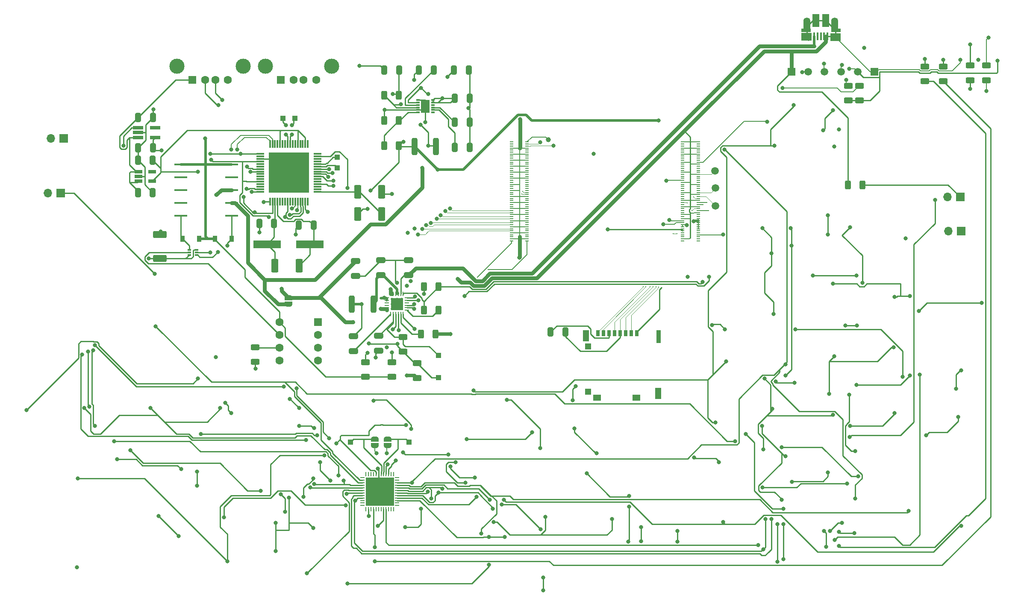
<source format=gbr>
%TF.GenerationSoftware,KiCad,Pcbnew,(5.99.0-9972-g9020611657)*%
%TF.CreationDate,2021-05-31T19:12:41-05:00*%
%TF.ProjectId,ti92revive,74693932-7265-4766-9976-652e6b696361,rev?*%
%TF.SameCoordinates,Original*%
%TF.FileFunction,Copper,L4,Bot*%
%TF.FilePolarity,Positive*%
%FSLAX46Y46*%
G04 Gerber Fmt 4.6, Leading zero omitted, Abs format (unit mm)*
G04 Created by KiCad (PCBNEW (5.99.0-9972-g9020611657)) date 2021-05-31 19:12:41*
%MOMM*%
%LPD*%
G01*
G04 APERTURE LIST*
G04 Aperture macros list*
%AMRoundRect*
0 Rectangle with rounded corners*
0 $1 Rounding radius*
0 $2 $3 $4 $5 $6 $7 $8 $9 X,Y pos of 4 corners*
0 Add a 4 corners polygon primitive as box body*
4,1,4,$2,$3,$4,$5,$6,$7,$8,$9,$2,$3,0*
0 Add four circle primitives for the rounded corners*
1,1,$1+$1,$2,$3*
1,1,$1+$1,$4,$5*
1,1,$1+$1,$6,$7*
1,1,$1+$1,$8,$9*
0 Add four rect primitives between the rounded corners*
20,1,$1+$1,$2,$3,$4,$5,0*
20,1,$1+$1,$4,$5,$6,$7,0*
20,1,$1+$1,$6,$7,$8,$9,0*
20,1,$1+$1,$8,$9,$2,$3,0*%
%AMFreePoly0*
4,1,22,0.500000,-0.750000,0.000000,-0.750000,0.000000,-0.745033,-0.079941,-0.743568,-0.215256,-0.701293,-0.333266,-0.622738,-0.424486,-0.514219,-0.481581,-0.384460,-0.499164,-0.250000,-0.500000,-0.250000,-0.500000,0.250000,-0.499164,0.250000,-0.499963,0.256109,-0.478152,0.396186,-0.417904,0.524511,-0.324060,0.630769,-0.204165,0.706417,-0.067858,0.745374,0.000000,0.744959,0.000000,0.750000,
0.500000,0.750000,0.500000,-0.750000,0.500000,-0.750000,$1*%
%AMFreePoly1*
4,1,20,0.000000,0.744959,0.073905,0.744508,0.209726,0.703889,0.328688,0.626782,0.421226,0.519385,0.479903,0.390333,0.500000,0.250000,0.500000,-0.250000,0.499851,-0.262216,0.476331,-0.402017,0.414519,-0.529596,0.319384,-0.634700,0.198574,-0.708877,0.061801,-0.746166,0.000000,-0.745033,0.000000,-0.750000,-0.500000,-0.750000,-0.500000,0.750000,0.000000,0.750000,0.000000,0.744959,
0.000000,0.744959,$1*%
G04 Aperture macros list end*
%TA.AperFunction,SMDPad,CuDef*%
%ADD10R,1.500000X1.150000*%
%TD*%
%TA.AperFunction,SMDPad,CuDef*%
%ADD11R,1.150000X2.200000*%
%TD*%
%TA.AperFunction,SMDPad,CuDef*%
%ADD12R,1.160000X1.200000*%
%TD*%
%TA.AperFunction,SMDPad,CuDef*%
%ADD13R,1.160000X1.250000*%
%TD*%
%TA.AperFunction,SMDPad,CuDef*%
%ADD14R,0.950000X2.500000*%
%TD*%
%TA.AperFunction,SMDPad,CuDef*%
%ADD15R,0.800000X1.240000*%
%TD*%
%TA.AperFunction,SMDPad,CuDef*%
%ADD16RoundRect,0.250000X0.325000X0.650000X-0.325000X0.650000X-0.325000X-0.650000X0.325000X-0.650000X0*%
%TD*%
%TA.AperFunction,SMDPad,CuDef*%
%ADD17R,1.000000X1.000000*%
%TD*%
%TA.AperFunction,SMDPad,CuDef*%
%ADD18RoundRect,0.250000X-0.650000X0.325000X-0.650000X-0.325000X0.650000X-0.325000X0.650000X0.325000X0*%
%TD*%
%TA.AperFunction,SMDPad,CuDef*%
%ADD19RoundRect,0.250000X0.312500X0.625000X-0.312500X0.625000X-0.312500X-0.625000X0.312500X-0.625000X0*%
%TD*%
%TA.AperFunction,SMDPad,CuDef*%
%ADD20RoundRect,0.250000X-0.312500X-0.625000X0.312500X-0.625000X0.312500X0.625000X-0.312500X0.625000X0*%
%TD*%
%TA.AperFunction,SMDPad,CuDef*%
%ADD21RoundRect,0.250000X-0.625000X0.312500X-0.625000X-0.312500X0.625000X-0.312500X0.625000X0.312500X0*%
%TD*%
%TA.AperFunction,SMDPad,CuDef*%
%ADD22C,1.500000*%
%TD*%
%TA.AperFunction,SMDPad,CuDef*%
%ADD23RoundRect,0.250000X0.625000X-0.312500X0.625000X0.312500X-0.625000X0.312500X-0.625000X-0.312500X0*%
%TD*%
%TA.AperFunction,SMDPad,CuDef*%
%ADD24RoundRect,0.250000X0.312500X1.450000X-0.312500X1.450000X-0.312500X-1.450000X0.312500X-1.450000X0*%
%TD*%
%TA.AperFunction,SMDPad,CuDef*%
%ADD25R,2.000000X0.650000*%
%TD*%
%TA.AperFunction,SMDPad,CuDef*%
%ADD26R,0.900000X1.200000*%
%TD*%
%TA.AperFunction,ComponentPad*%
%ADD27R,1.700000X1.700000*%
%TD*%
%TA.AperFunction,ComponentPad*%
%ADD28O,1.700000X1.700000*%
%TD*%
%TA.AperFunction,SMDPad,CuDef*%
%ADD29RoundRect,0.250000X0.650000X-0.325000X0.650000X0.325000X-0.650000X0.325000X-0.650000X-0.325000X0*%
%TD*%
%TA.AperFunction,SMDPad,CuDef*%
%ADD30RoundRect,0.250000X-0.325000X-0.650000X0.325000X-0.650000X0.325000X0.650000X-0.325000X0.650000X0*%
%TD*%
%TA.AperFunction,SMDPad,CuDef*%
%ADD31R,0.400000X1.650000*%
%TD*%
%TA.AperFunction,SMDPad,CuDef*%
%ADD32R,1.350000X2.000000*%
%TD*%
%TA.AperFunction,ComponentPad*%
%ADD33O,1.350000X1.700000*%
%TD*%
%TA.AperFunction,SMDPad,CuDef*%
%ADD34R,1.430000X2.500000*%
%TD*%
%TA.AperFunction,SMDPad,CuDef*%
%ADD35R,1.825000X0.700000*%
%TD*%
%TA.AperFunction,ComponentPad*%
%ADD36O,1.100000X1.500000*%
%TD*%
%TA.AperFunction,SMDPad,CuDef*%
%ADD37R,2.000000X1.500000*%
%TD*%
%TA.AperFunction,ComponentPad*%
%ADD38R,1.600000X1.600000*%
%TD*%
%TA.AperFunction,ComponentPad*%
%ADD39C,1.600000*%
%TD*%
%TA.AperFunction,SMDPad,CuDef*%
%ADD40R,5.500000X1.500000*%
%TD*%
%TA.AperFunction,SMDPad,CuDef*%
%ADD41RoundRect,0.249999X-1.075001X0.450001X-1.075001X-0.450001X1.075001X-0.450001X1.075001X0.450001X0*%
%TD*%
%TA.AperFunction,SMDPad,CuDef*%
%ADD42RoundRect,0.249999X-0.450001X-1.075001X0.450001X-1.075001X0.450001X1.075001X-0.450001X1.075001X0*%
%TD*%
%TA.AperFunction,SMDPad,CuDef*%
%ADD43R,0.700000X0.340000*%
%TD*%
%TA.AperFunction,SMDPad,CuDef*%
%ADD44R,2.514600X0.457200*%
%TD*%
%TA.AperFunction,SMDPad,CuDef*%
%ADD45R,1.500000X1.500000*%
%TD*%
%TA.AperFunction,SMDPad,CuDef*%
%ADD46FreePoly0,270.000000*%
%TD*%
%TA.AperFunction,SMDPad,CuDef*%
%ADD47FreePoly1,270.000000*%
%TD*%
%TA.AperFunction,SMDPad,CuDef*%
%ADD48RoundRect,0.062500X0.325000X0.062500X-0.325000X0.062500X-0.325000X-0.062500X0.325000X-0.062500X0*%
%TD*%
%TA.AperFunction,SMDPad,CuDef*%
%ADD49RoundRect,0.062500X0.062500X0.325000X-0.062500X0.325000X-0.062500X-0.325000X0.062500X-0.325000X0*%
%TD*%
%TA.AperFunction,ComponentPad*%
%ADD50C,0.500000*%
%TD*%
%TA.AperFunction,SMDPad,CuDef*%
%ADD51R,2.450000X2.450000*%
%TD*%
%TA.AperFunction,SMDPad,CuDef*%
%ADD52R,0.650000X0.300000*%
%TD*%
%TA.AperFunction,SMDPad,CuDef*%
%ADD53R,1.700000X2.500000*%
%TD*%
%TA.AperFunction,SMDPad,CuDef*%
%ADD54RoundRect,0.249999X0.450001X1.075001X-0.450001X1.075001X-0.450001X-1.075001X0.450001X-1.075001X0*%
%TD*%
%TA.AperFunction,SMDPad,CuDef*%
%ADD55RoundRect,0.062500X-0.375000X-0.062500X0.375000X-0.062500X0.375000X0.062500X-0.375000X0.062500X0*%
%TD*%
%TA.AperFunction,SMDPad,CuDef*%
%ADD56RoundRect,0.062500X-0.062500X-0.375000X0.062500X-0.375000X0.062500X0.375000X-0.062500X0.375000X0*%
%TD*%
%TA.AperFunction,SMDPad,CuDef*%
%ADD57R,5.600000X5.600000*%
%TD*%
%TA.AperFunction,ComponentPad*%
%ADD58C,3.000000*%
%TD*%
%TA.AperFunction,SMDPad,CuDef*%
%ADD59FreePoly0,90.000000*%
%TD*%
%TA.AperFunction,SMDPad,CuDef*%
%ADD60FreePoly1,90.000000*%
%TD*%
%TA.AperFunction,SMDPad,CuDef*%
%ADD61R,0.700000X0.200000*%
%TD*%
%TA.AperFunction,SMDPad,CuDef*%
%ADD62C,1.000000*%
%TD*%
%TA.AperFunction,SMDPad,CuDef*%
%ADD63R,1.500000X0.300000*%
%TD*%
%TA.AperFunction,SMDPad,CuDef*%
%ADD64R,0.300000X1.500000*%
%TD*%
%TA.AperFunction,SMDPad,CuDef*%
%ADD65R,8.000000X8.000000*%
%TD*%
%TA.AperFunction,SMDPad,CuDef*%
%ADD66R,1.560000X0.650000*%
%TD*%
%TA.AperFunction,ViaPad*%
%ADD67C,0.300000*%
%TD*%
%TA.AperFunction,ViaPad*%
%ADD68C,0.800000*%
%TD*%
%TA.AperFunction,Conductor*%
%ADD69C,0.076200*%
%TD*%
%TA.AperFunction,Conductor*%
%ADD70C,0.250000*%
%TD*%
%TA.AperFunction,Conductor*%
%ADD71C,0.200000*%
%TD*%
%TA.AperFunction,Conductor*%
%ADD72C,0.127000*%
%TD*%
%TA.AperFunction,Conductor*%
%ADD73C,0.750000*%
%TD*%
%TA.AperFunction,Conductor*%
%ADD74C,0.500000*%
%TD*%
%TA.AperFunction,Conductor*%
%ADD75C,0.100000*%
%TD*%
%TA.AperFunction,Conductor*%
%ADD76C,0.700000*%
%TD*%
%TA.AperFunction,Conductor*%
%ADD77C,0.150000*%
%TD*%
G04 APERTURE END LIST*
D10*
%TO.P,J7,P5*%
%TO.N,N/C*%
X175070000Y-108557500D03*
%TO.P,J7,P4*%
X182850000Y-108557500D03*
D11*
%TO.P,J7,P3*%
X187155000Y-107762500D03*
D12*
%TO.P,J7,DT*%
X173270000Y-107432500D03*
D13*
%TO.P,J7,SW*%
X173270000Y-98432500D03*
D11*
%TO.P,J7,P2*%
X172865000Y-96282500D03*
D14*
%TO.P,J7,P1*%
X187255000Y-96432500D03*
D15*
%TO.P,J7,8,DAT1*%
%TO.N,SD_DAT1*%
X175210000Y-95802500D03*
%TO.P,J7,7,DAT0*%
%TO.N,SD_DAT0*%
X176310000Y-95802500D03*
%TO.P,J7,6,VSS*%
%TO.N,Earth_Clean*%
X177410000Y-95802500D03*
%TO.P,J7,5,CLK*%
%TO.N,SD_CLK*%
X178510000Y-95802500D03*
%TO.P,J7,4,VDD*%
%TO.N,+3.3*%
X179610000Y-95802500D03*
%TO.P,J7,3,CMD*%
%TO.N,SD_CMD*%
X180710000Y-95802500D03*
%TO.P,J7,2,DAT3/CD*%
%TO.N,SD_DAT3*%
X181810000Y-95802500D03*
%TO.P,J7,1,DAT2*%
%TO.N,SD_DAT2*%
X182910000Y-95802500D03*
%TD*%
D16*
%TO.P,C18,2*%
%TO.N,Earth_Clean*%
X165845000Y-95550000D03*
%TO.P,C18,1*%
%TO.N,+3.3*%
X168795000Y-95550000D03*
%TD*%
D17*
%TO.P,TP15,1,1*%
%TO.N,Net-(TP15-Pad1)*%
X115200000Y-53200000D03*
%TD*%
%TO.P,TP10,1,1*%
%TO.N,Net-(C1-Pad2)*%
X143600000Y-100200000D03*
%TD*%
D18*
%TO.P,C4,1*%
%TO.N,Earth_Clean*%
X137750000Y-81325000D03*
%TO.P,C4,2*%
%TO.N,Net-(C4-Pad2)*%
X137750000Y-84275000D03*
%TD*%
D19*
%TO.P,R11,1*%
%TO.N,/PowerSupply/FB*%
X135787500Y-53650000D03*
%TO.P,R11,2*%
%TO.N,Earth_Clean*%
X132862500Y-53650000D03*
%TD*%
D20*
%TO.P,R9,1*%
%TO.N,Net-(C9-Pad1)*%
X132862500Y-48650000D03*
%TO.P,R9,2*%
%TO.N,+5*%
X135787500Y-48650000D03*
%TD*%
D21*
%TO.P,R12,1*%
%TO.N,Net-(D1-Pad2)*%
X252200000Y-42737500D03*
%TO.P,R12,2*%
%TO.N,Net-(R12-Pad2)*%
X252200000Y-45662500D03*
%TD*%
D22*
%TO.P,TP1,1,1*%
%TO.N,+3.3*%
X226687752Y-44000000D03*
%TD*%
D19*
%TO.P,R10,1*%
%TO.N,+5*%
X135787500Y-58650000D03*
%TO.P,R10,2*%
%TO.N,/PowerSupply/FB*%
X132862500Y-58650000D03*
%TD*%
D23*
%TO.P,R20,1*%
%TO.N,Net-(R20-Pad1)*%
X240000000Y-45862500D03*
%TO.P,R20,2*%
%TO.N,Net-(D4-Pad1)*%
X240000000Y-42937500D03*
%TD*%
D24*
%TO.P,L2,1,1*%
%TO.N,Net-(C10-Pad2)*%
X143137500Y-58800000D03*
%TO.P,L2,2,2*%
%TO.N,+5*%
X138862500Y-58800000D03*
%TD*%
D25*
%TO.P,U2,1,IN*%
%TO.N,+5*%
X84090000Y-56987500D03*
%TO.P,U2,2,GND*%
%TO.N,Earth_Clean*%
X84090000Y-56037500D03*
%TO.P,U2,3,EN*%
%TO.N,+1.8*%
X84090000Y-55087500D03*
%TO.P,U2,4,NC*%
%TO.N,unconnected-(U2-Pad4)*%
X87510000Y-55087500D03*
%TO.P,U2,5,OUT*%
%TO.N,+3.3 High Current*%
X87510000Y-56987500D03*
%TD*%
D23*
%TO.P,R2,1*%
%TO.N,Net-(R1-Pad2)*%
X136600000Y-99462500D03*
%TO.P,R2,2*%
%TO.N,Net-(C1-Pad2)*%
X136600000Y-96537500D03*
%TD*%
D21*
%TO.P,R21,1*%
%TO.N,SDA*%
X227000000Y-46737500D03*
%TO.P,R21,2*%
%TO.N,+3.3*%
X227000000Y-49662500D03*
%TD*%
D17*
%TO.P,TP11,1,1*%
%TO.N,Net-(R1-Pad2)*%
X143600000Y-104600000D03*
%TD*%
D22*
%TO.P,TP9,1,1*%
%TO.N,SerialPin15*%
X198500000Y-67050000D03*
%TD*%
D26*
%TO.P,D83,1,K*%
%TO.N,batCell+*%
X96250000Y-77100000D03*
%TO.P,D83,2,A*%
%TO.N,Net-(D83-Pad2)*%
X92950000Y-77100000D03*
%TD*%
D16*
%TO.P,C6,1*%
%TO.N,Earth_Clean*%
X149800000Y-54000000D03*
%TO.P,C6,2*%
%TO.N,Net-(C6-Pad2)*%
X146850000Y-54000000D03*
%TD*%
D27*
%TO.P,JP4,1,1*%
%TO.N,Net-(JP4-Pad1)*%
X247000000Y-68800000D03*
D28*
%TO.P,JP4,2,2*%
%TO.N,Net-(JP4-Pad2)*%
X244460000Y-68800000D03*
%TD*%
D16*
%TO.P,C15,1*%
%TO.N,Net-(C15-Pad1)*%
X118875000Y-74400000D03*
%TO.P,C15,2*%
%TO.N,Earth_Clean*%
X115925000Y-74400000D03*
%TD*%
D29*
%TO.P,C1,1*%
%TO.N,Earth_Clean*%
X131800000Y-99275000D03*
%TO.P,C1,2*%
%TO.N,Net-(C1-Pad2)*%
X131800000Y-96325000D03*
%TD*%
D30*
%TO.P,C13,1*%
%TO.N,Earth_Clean*%
X84125000Y-59037500D03*
%TO.P,C13,2*%
%TO.N,+3.3 High Current*%
X87075000Y-59037500D03*
%TD*%
D31*
%TO.P,J1,1,VBUS*%
%TO.N,Net-(C4-Pad2)*%
X218075000Y-36965000D03*
%TO.P,J1,2,D-*%
%TO.N,unconnected-(J1-Pad2)*%
X218725000Y-36965000D03*
%TO.P,J1,3,D+*%
%TO.N,unconnected-(J1-Pad3)*%
X219375000Y-36965000D03*
%TO.P,J1,4,GND*%
%TO.N,Earth_Clean*%
X220025000Y-36965000D03*
%TO.P,J1,5,Shield*%
X220675000Y-36965000D03*
D32*
%TO.P,J1,6,Case*%
X216645000Y-35015000D03*
D33*
X222105000Y-34085000D03*
D34*
X220335000Y-33815000D03*
D35*
X216425000Y-35765000D03*
D32*
X222125000Y-35015000D03*
D36*
X221795000Y-37085000D03*
D35*
X222375000Y-35765000D03*
D34*
X218415000Y-33815000D03*
D36*
X216955000Y-37085000D03*
D33*
X216645000Y-34085000D03*
D37*
X222275000Y-37085000D03*
X216525000Y-37065000D03*
%TD*%
D27*
%TO.P,TH1,1*%
%TO.N,Net-(R1-Pad2)*%
X68800000Y-68000000D03*
D28*
%TO.P,TH1,2*%
%TO.N,Earth_Clean*%
X66260000Y-68000000D03*
%TD*%
D16*
%TO.P,C11,1*%
%TO.N,+5*%
X135875000Y-43600000D03*
%TO.P,C11,2*%
%TO.N,Earth_Clean*%
X132925000Y-43600000D03*
%TD*%
D23*
%TO.P,R4,1*%
%TO.N,batCell+*%
X129200000Y-104462500D03*
%TO.P,R4,2*%
%TO.N,Net-(R4-Pad2)*%
X129200000Y-101537500D03*
%TD*%
D30*
%TO.P,C16,1*%
%TO.N,+5*%
X84075000Y-67930952D03*
%TO.P,C16,2*%
%TO.N,Earth_Clean*%
X87025000Y-67930952D03*
%TD*%
D38*
%TO.P,U5,1,PB5*%
%TO.N,Net-(TP25-Pad1)*%
X119750000Y-93620000D03*
D39*
%TO.P,U5,2,PB3*%
%TO.N,SetPowerOFF*%
X119750000Y-96160000D03*
%TO.P,U5,3,PB4*%
%TO.N,piWatchDogPin*%
X119750000Y-98700000D03*
%TO.P,U5,4,GND*%
%TO.N,Earth_Clean*%
X119750000Y-101240000D03*
%TO.P,U5,5,PB0*%
%TO.N,Net-(U5-Pad5)*%
X112130000Y-101240000D03*
%TO.P,U5,6,PB1*%
%TO.N,Net-(R13-Pad1)*%
X112130000Y-98700000D03*
%TO.P,U5,7,PB2*%
%TO.N,SetPowerON*%
X112130000Y-96160000D03*
%TO.P,U5,8,VCC*%
%TO.N,batCell+*%
X112130000Y-93620000D03*
%TD*%
D27*
%TO.P,J2,1,Pin_1*%
%TO.N,batCell+*%
X69400000Y-57200000D03*
D28*
%TO.P,J2,2,Pin_2*%
%TO.N,Earth_Clean*%
X66860000Y-57200000D03*
%TD*%
D40*
%TO.P,Y1,1,1*%
%TO.N,Net-(C14-Pad1)*%
X109658334Y-78200000D03*
%TO.P,Y1,2,2*%
%TO.N,Net-(C15-Pad1)*%
X118158334Y-78200000D03*
%TD*%
D41*
%TO.P,R15,1*%
%TO.N,Net-(R15-Pad1)*%
X88400000Y-76200000D03*
%TO.P,R15,2*%
%TO.N,Earth_Clean*%
X88400000Y-81000000D03*
%TD*%
D42*
%TO.P,R17,1*%
%TO.N,Net-(R16-Pad2)*%
X127600000Y-67800000D03*
%TO.P,R17,2*%
%TO.N,Earth_Clean*%
X132400000Y-67800000D03*
%TD*%
D23*
%TO.P,R18,1*%
%TO.N,Net-(R18-Pad1)*%
X243600000Y-45862500D03*
%TO.P,R18,2*%
%TO.N,Net-(D2-Pad1)*%
X243600000Y-42937500D03*
%TD*%
D30*
%TO.P,C12,1*%
%TO.N,+5*%
X84125000Y-53037500D03*
%TO.P,C12,2*%
%TO.N,Earth_Clean*%
X87075000Y-53037500D03*
%TD*%
D22*
%TO.P,TP3,1,1*%
%TO.N,SCL*%
X216843876Y-44000000D03*
%TD*%
D17*
%TO.P,TP23,1,1*%
%TO.N,Net-(JP2-Pad1)*%
X126200000Y-117400000D03*
%TD*%
D18*
%TO.P,C3,1*%
%TO.N,Net-(C3-Pad1)*%
X126800000Y-96400000D03*
%TO.P,C3,2*%
%TO.N,Net-(C3-Pad2)*%
X126800000Y-99350000D03*
%TD*%
D43*
%TO.P,Q1,1,E1*%
%TO.N,Earth_Clean*%
X95750000Y-79300000D03*
%TO.P,Q1,2,B1*%
%TO.N,SetPowerOFF*%
X95750000Y-79800000D03*
%TO.P,Q1,3,C2*%
%TO.N,Net-(D84-Pad2)*%
X95750000Y-80300000D03*
%TO.P,Q1,4,E2*%
%TO.N,Earth_Clean*%
X94250000Y-80300000D03*
%TO.P,Q1,5,B2*%
%TO.N,SetPowerON*%
X94250000Y-79800000D03*
%TO.P,Q1,6,C1*%
%TO.N,Net-(D83-Pad2)*%
X94250000Y-79300000D03*
%TD*%
D17*
%TO.P,TP21,1,1*%
%TO.N,Net-(TP21-Pad1)*%
X123600000Y-60950000D03*
%TD*%
D21*
%TO.P,R13,1*%
%TO.N,Net-(R13-Pad1)*%
X107340000Y-98557500D03*
%TO.P,R13,2*%
%TO.N,Net-(D82-Pad2)*%
X107340000Y-101482500D03*
%TD*%
D44*
%TO.P,U6,1,Set+*%
%TO.N,batCell+*%
X102654600Y-62332700D03*
%TO.P,U6,2,A_NC*%
%TO.N,unconnected-(U6-Pad2)*%
X102654600Y-64872700D03*
%TO.P,U6,3,A_COM*%
%TO.N,BAT+*%
X102654600Y-67412700D03*
%TO.P,U6,4,A_NO*%
%TO.N,5vRegulator*%
X102654600Y-69952700D03*
%TO.P,U6,5,Set-*%
%TO.N,Net-(D84-Pad2)*%
X102654600Y-72492700D03*
%TO.P,U6,6,Reset-*%
%TO.N,Net-(D83-Pad2)*%
X92545400Y-72492700D03*
%TO.P,U6,7,B_NO*%
%TO.N,unconnected-(U6-Pad7)*%
X92545400Y-69952700D03*
%TO.P,U6,8,B_COM*%
%TO.N,unconnected-(U6-Pad8)*%
X92545400Y-67412700D03*
%TO.P,U6,9,B_NC*%
%TO.N,unconnected-(U6-Pad9)*%
X92545400Y-64872700D03*
%TO.P,U6,10,Reset+*%
%TO.N,batCell+*%
X92545400Y-62332700D03*
%TD*%
D45*
%TO.P,TP7,1,1*%
%TO.N,Earth_Clean*%
X213562584Y-43995875D03*
%TD*%
D30*
%TO.P,C7,1*%
%TO.N,5vRegulator*%
X146850000Y-49200000D03*
%TO.P,C7,2*%
%TO.N,Earth_Clean*%
X149800000Y-49200000D03*
%TD*%
D24*
%TO.P,L1,1,1*%
%TO.N,Net-(C2-Pad1)*%
X130737500Y-90000000D03*
%TO.P,L1,2,2*%
%TO.N,Net-(C3-Pad1)*%
X126462500Y-90000000D03*
%TD*%
D46*
%TO.P,JP1,1,A*%
%TO.N,BAT+*%
X113940000Y-88770000D03*
D47*
%TO.P,JP1,2,B*%
%TO.N,5vRegulator*%
X113940000Y-90070000D03*
%TD*%
D46*
%TO.P,JP2,1,A*%
%TO.N,Net-(JP2-Pad1)*%
X131000000Y-116800000D03*
D47*
%TO.P,JP2,2,B*%
%TO.N,/USB and Keyboard connections/KEYBOARD_USB_DP*%
X131000000Y-118100000D03*
%TD*%
D48*
%TO.P,U3,1,~PG*%
%TO.N,!PowerGood*%
X137387500Y-88750000D03*
%TO.P,U3,2,STAT*%
%TO.N,Net-(D81-Pad1)*%
X137387500Y-89250000D03*
%TO.P,U3,3,CD*%
%TO.N,chargeDisable*%
X137387500Y-89750000D03*
%TO.P,U3,4,SDA*%
%TO.N,SDA*%
X137387500Y-90250000D03*
%TO.P,U3,5,SCL*%
%TO.N,SCL*%
X137387500Y-90750000D03*
%TO.P,U3,6,~INT*%
%TO.N,!ChargeStatus*%
X137387500Y-91250000D03*
D49*
%TO.P,U3,7,TS*%
%TO.N,Net-(R1-Pad2)*%
X136650000Y-91987500D03*
%TO.P,U3,8,ILIM*%
%TO.N,Net-(R3-Pad2)*%
X136150000Y-91987500D03*
%TO.P,U3,9,MID*%
%TO.N,Net-(R8-Pad2)*%
X135650000Y-91987500D03*
%TO.P,U3,10,CBSET*%
%TO.N,Net-(R4-Pad2)*%
X135150000Y-91987500D03*
%TO.P,U3,11,REGN*%
%TO.N,Net-(C1-Pad2)*%
X134650000Y-91987500D03*
%TO.P,U3,12,BTST*%
%TO.N,Net-(C3-Pad2)*%
X134150000Y-91987500D03*
D48*
%TO.P,U3,13,BAT*%
%TO.N,BAT+*%
X133412500Y-91250000D03*
%TO.P,U3,14,BAT*%
X133412500Y-90750000D03*
%TO.P,U3,15,SNS*%
%TO.N,unconnected-(U3-Pad15)*%
X133412500Y-90250000D03*
%TO.P,U3,16,SNS*%
%TO.N,unconnected-(U3-Pad16)*%
X133412500Y-89750000D03*
%TO.P,U3,17,SW*%
%TO.N,Net-(C3-Pad1)*%
X133412500Y-89250000D03*
%TO.P,U3,18,SW*%
X133412500Y-88750000D03*
D49*
%TO.P,U3,19,GND*%
%TO.N,Earth_Clean*%
X134150000Y-88012500D03*
%TO.P,U3,20,GND*%
X134650000Y-88012500D03*
%TO.P,U3,21,PMID*%
%TO.N,Net-(C2-Pad1)*%
X135150000Y-88012500D03*
%TO.P,U3,22,PMID*%
X135650000Y-88012500D03*
%TO.P,U3,23,VBUS*%
%TO.N,Net-(C4-Pad2)*%
X136150000Y-88012500D03*
%TO.P,U3,24,PSEL*%
%TO.N,CCVref*%
X136650000Y-88012500D03*
D50*
%TO.P,U3,25*%
%TO.N,N/C*%
X134425000Y-90000000D03*
D51*
X135400000Y-90000000D03*
D50*
X135400000Y-90000000D03*
X135400000Y-89025000D03*
X134425000Y-89025000D03*
X136375000Y-90975000D03*
X136375000Y-89025000D03*
X135400000Y-90975000D03*
X134425000Y-90975000D03*
X136375000Y-90000000D03*
%TD*%
D52*
%TO.P,U4,1,Vin*%
%TO.N,5vRegulator*%
X142500000Y-49550000D03*
%TO.P,U4,2,EN/UVLO*%
X142500000Y-50050000D03*
%TO.P,U4,3,!RESET*%
%TO.N,unconnected-(U4-Pad3)*%
X142500000Y-50550000D03*
%TO.P,U4,4,SS*%
%TO.N,Net-(C6-Pad2)*%
X142500000Y-51050000D03*
%TO.P,U4,5,Vcc*%
%TO.N,Net-(C8-Pad2)*%
X142500000Y-51550000D03*
%TO.P,U4,6,RT/SYNC*%
%TO.N,unconnected-(U4-Pad6)*%
X142500000Y-52050000D03*
%TO.P,U4,7,FB*%
%TO.N,/PowerSupply/FB*%
X139550000Y-52050000D03*
%TO.P,U4,8,GND*%
%TO.N,Earth_Clean*%
X139550000Y-51550000D03*
%TO.P,U4,9,EXTVCC*%
%TO.N,Net-(C9-Pad1)*%
X139550000Y-51050000D03*
%TO.P,U4,10,BST*%
%TO.N,Net-(C10-Pad1)*%
X139550000Y-50550000D03*
%TO.P,U4,11,LX*%
%TO.N,Net-(C10-Pad2)*%
X139550000Y-50050000D03*
%TO.P,U4,12,PGND*%
%TO.N,Earth_Clean*%
X139550000Y-49550000D03*
D53*
%TO.P,U4,13,Pad*%
X141000000Y-50800000D03*
%TD*%
D22*
%TO.P,TP2,1,1*%
%TO.N,+5*%
X223406460Y-44000000D03*
%TD*%
D54*
%TO.P,R14,1*%
%TO.N,Net-(C15-Pad1)*%
X116000000Y-82400000D03*
%TO.P,R14,2*%
%TO.N,Net-(C14-Pad1)*%
X111200000Y-82400000D03*
%TD*%
D55*
%TO.P,U9,1,NC*%
%TO.N,unconnected-(U9-Pad1)*%
X128562500Y-129950000D03*
%TO.P,U9,2,COL16*%
%TO.N,unconnected-(U9-Pad2)*%
X128562500Y-129450000D03*
%TO.P,U9,3,COL17*%
%TO.N,unconnected-(U9-Pad3)*%
X128562500Y-128950000D03*
%TO.P,U9,4,ROW7*%
%TO.N,row7*%
X128562500Y-128450000D03*
%TO.P,U9,5,ROW6*%
%TO.N,row6*%
X128562500Y-127950000D03*
%TO.P,U9,6,ROW5*%
%TO.N,row5*%
X128562500Y-127450000D03*
%TO.P,U9,7,ROW4*%
%TO.N,row4*%
X128562500Y-126950000D03*
%TO.P,U9,8,ROW3*%
%TO.N,row3*%
X128562500Y-126450000D03*
%TO.P,U9,9,ROW2*%
%TO.N,row2*%
X128562500Y-125950000D03*
%TO.P,U9,10,ROW1*%
%TO.N,row1*%
X128562500Y-125450000D03*
%TO.P,U9,11,ROW0*%
%TO.N,row0*%
X128562500Y-124950000D03*
%TO.P,U9,12,VMOD*%
%TO.N,unconnected-(U9-Pad12)*%
X128562500Y-124450000D03*
D56*
%TO.P,U9,13,GPO1/BLPWM*%
%TO.N,KB_BACKLIGHT_PWM*%
X129250000Y-123762500D03*
%TO.P,U9,14,NC1*%
%TO.N,unconnected-(U9-Pad14)*%
X129750000Y-123762500D03*
%TO.P,U9,15,NC2*%
%TO.N,unconnected-(U9-Pad15)*%
X130250000Y-123762500D03*
%TO.P,U9,16,GPO0*%
%TO.N,unconnected-(U9-Pad16)*%
X130750000Y-123762500D03*
%TO.P,U9,17,COL00/PRGC*%
%TO.N,col0*%
X131250000Y-123762500D03*
%TO.P,U9,18,VSS*%
%TO.N,Earth_Clean*%
X131750000Y-123762500D03*
%TO.P,U9,19,D+/PS2CLK*%
%TO.N,Net-(JP2-Pad1)*%
X132250000Y-123762500D03*
%TO.P,U9,20,D-/BS2DAT*%
%TO.N,Net-(JP3-Pad2)*%
X132750000Y-123762500D03*
%TO.P,U9,21,VDD*%
%TO.N,+5*%
X133250000Y-123762500D03*
%TO.P,U9,22,COL01/PRGD*%
%TO.N,col1*%
X133750000Y-123762500D03*
%TO.P,U9,23,USBEN*%
%TO.N,unconnected-(U9-Pad23)*%
X134250000Y-123762500D03*
%TO.P,U9,24,XPS2D*%
%TO.N,unconnected-(U9-Pad24)*%
X134750000Y-123762500D03*
D55*
%TO.P,U9,25,XPS2C*%
%TO.N,unconnected-(U9-Pad25)*%
X135437500Y-124450000D03*
%TO.P,U9,26,XRES*%
%TO.N,unconnected-(U9-Pad26)*%
X135437500Y-124950000D03*
%TO.P,U9,27,COL02*%
%TO.N,col2*%
X135437500Y-125450000D03*
%TO.P,U9,28,COL03*%
%TO.N,col3*%
X135437500Y-125950000D03*
%TO.P,U9,29,COL04*%
%TO.N,col4*%
X135437500Y-126450000D03*
%TO.P,U9,30,COL05*%
%TO.N,col5*%
X135437500Y-126950000D03*
%TO.P,U9,31,COL06*%
%TO.N,col6*%
X135437500Y-127450000D03*
%TO.P,U9,32,COL07*%
%TO.N,col7*%
X135437500Y-127950000D03*
%TO.P,U9,33,COL08*%
%TO.N,col8*%
X135437500Y-128450000D03*
%TO.P,U9,34,COL09*%
%TO.N,col9*%
X135437500Y-128950000D03*
%TO.P,U9,35,COL10*%
%TO.N,unconnected-(U9-Pad35)*%
X135437500Y-129450000D03*
%TO.P,U9,36,COL11*%
%TO.N,unconnected-(U9-Pad36)*%
X135437500Y-129950000D03*
D56*
%TO.P,U9,37,COL12*%
%TO.N,unconnected-(U9-Pad37)*%
X134750000Y-130637500D03*
%TO.P,U9,38,COL13*%
%TO.N,unconnected-(U9-Pad38)*%
X134250000Y-130637500D03*
%TO.P,U9,39,nLEDSCROLL*%
%TO.N,unconnected-(U9-Pad39)*%
X133750000Y-130637500D03*
%TO.P,U9,40,nLEDCAPS*%
%TO.N,Net-(R20-Pad1)*%
X133250000Y-130637500D03*
%TO.P,U9,41,VDD1*%
%TO.N,+5*%
X132750000Y-130637500D03*
%TO.P,U9,42,NC3*%
%TO.N,unconnected-(U9-Pad42)*%
X132250000Y-130637500D03*
%TO.P,U9,43,NC4*%
%TO.N,unconnected-(U9-Pad43)*%
X131750000Y-130637500D03*
%TO.P,U9,44,nLEDNUM*%
%TO.N,unconnected-(U9-Pad44)*%
X131250000Y-130637500D03*
%TO.P,U9,45,nLEDFN*%
%TO.N,Net-(R18-Pad1)*%
X130750000Y-130637500D03*
%TO.P,U9,46,COL14*%
%TO.N,unconnected-(U9-Pad46)*%
X130250000Y-130637500D03*
%TO.P,U9,47,VSS*%
%TO.N,Earth_Clean*%
X129750000Y-130637500D03*
%TO.P,U9,48,COL15*%
%TO.N,unconnected-(U9-Pad48)*%
X129250000Y-130637500D03*
D57*
%TO.P,U9,49,GND*%
%TO.N,Earth_Clean*%
X132000000Y-127200000D03*
%TD*%
D38*
%TO.P,J4,1,VBUS*%
%TO.N,+5*%
X94900000Y-45590000D03*
D39*
%TO.P,J4,2,D-*%
%TO.N,Net-(J4-Pad2)*%
X97400000Y-45590000D03*
%TO.P,J4,3,D+*%
%TO.N,Net-(J4-Pad3)*%
X99400000Y-45590000D03*
%TO.P,J4,4,GND*%
%TO.N,Earth_Clean*%
X101900000Y-45590000D03*
D58*
%TO.P,J4,5,Shield*%
X91830000Y-42880000D03*
X104970000Y-42880000D03*
%TD*%
D30*
%TO.P,C17,1*%
%TO.N,Earth_Clean*%
X84075000Y-61530952D03*
%TO.P,C17,2*%
%TO.N,+1*%
X87025000Y-61530952D03*
%TD*%
D22*
%TO.P,TP26,1,1*%
%TO.N,Earth_Clean*%
X198400000Y-63600000D03*
%TD*%
D16*
%TO.P,C14,1*%
%TO.N,Net-(C14-Pad1)*%
X111075000Y-74000000D03*
%TO.P,C14,2*%
%TO.N,Earth_Clean*%
X108125000Y-74000000D03*
%TD*%
D59*
%TO.P,JP3,1,A*%
%TO.N,/USB and Keyboard connections/KEYBOARD_USB_DN*%
X133600000Y-118100000D03*
D60*
%TO.P,JP3,2,B*%
%TO.N,Net-(JP3-Pad2)*%
X133600000Y-116800000D03*
%TD*%
D22*
%TO.P,TP8,1,1*%
%TO.N,SerialPin14*%
X198500000Y-70600000D03*
%TD*%
D23*
%TO.P,R1,1*%
%TO.N,Earth_Clean*%
X139400000Y-104662500D03*
%TO.P,R1,2*%
%TO.N,Net-(R1-Pad2)*%
X139400000Y-101737500D03*
%TD*%
D61*
%TO.P,U1,1,GND*%
%TO.N,Earth_Clean*%
X195100000Y-57900000D03*
%TO.P,U1,2,GND*%
X192020000Y-57900000D03*
%TO.P,U1,3,Ethernet_Pair3_P*%
%TO.N,unconnected-(U1-Pad3)*%
X195100000Y-58300000D03*
%TO.P,U1,4,Ethernet_Pair1_P*%
%TO.N,unconnected-(U1-Pad4)*%
X192020000Y-58300000D03*
%TO.P,U1,5,Ethernet_Pair3_N*%
%TO.N,unconnected-(U1-Pad5)*%
X195100000Y-58700000D03*
%TO.P,U1,6,Ethernet_Pair1_N*%
%TO.N,unconnected-(U1-Pad6)*%
X192020000Y-58700000D03*
%TO.P,U1,7,GND*%
%TO.N,Earth_Clean*%
X195100000Y-59100000D03*
%TO.P,U1,8,GND*%
X192020000Y-59100000D03*
%TO.P,U1,9,Ethernet_Pair2_N*%
%TO.N,unconnected-(U1-Pad9)*%
X195100000Y-59500000D03*
%TO.P,U1,10,Ethernet_Pair0_N*%
%TO.N,unconnected-(U1-Pad10)*%
X192020000Y-59500000D03*
%TO.P,U1,11,Ethernet_Pair2_P*%
%TO.N,unconnected-(U1-Pad11)*%
X195100000Y-59900000D03*
%TO.P,U1,12,Ethernet_Pair0_P*%
%TO.N,unconnected-(U1-Pad12)*%
X192020000Y-59900000D03*
%TO.P,U1,13,GND*%
%TO.N,Earth_Clean*%
X195100000Y-60300000D03*
%TO.P,U1,14,GND*%
X192020000Y-60300000D03*
%TO.P,U1,15,~Ethernet_nLED3*%
%TO.N,unconnected-(U1-Pad15)*%
X195100000Y-60700000D03*
%TO.P,U1,16,Ethernet_SYNC_IN*%
%TO.N,unconnected-(U1-Pad16)*%
X192020000Y-60700000D03*
%TO.P,U1,17,~Ethernet_nLED2*%
%TO.N,unconnected-(U1-Pad17)*%
X195100000Y-61100000D03*
%TO.P,U1,18,Ethernet_SYNC_OUT*%
%TO.N,unconnected-(U1-Pad18)*%
X192020000Y-61100000D03*
%TO.P,U1,19,~Ethernet_nLED1*%
%TO.N,unconnected-(U1-Pad19)*%
X195100000Y-61500000D03*
%TO.P,U1,20,EEPROM_nWP*%
%TO.N,unconnected-(U1-Pad20)*%
X192020000Y-61500000D03*
%TO.P,U1,21,~Pi_nLED_Activity*%
%TO.N,Net-(R12-Pad2)*%
X195100000Y-61900000D03*
%TO.P,U1,22,GND*%
%TO.N,Earth_Clean*%
X192020000Y-61900000D03*
%TO.P,U1,23,GND*%
X195100000Y-62300000D03*
%TO.P,U1,24,GPIO26*%
%TO.N,unconnected-(U1-Pad24)*%
X192020000Y-62300000D03*
%TO.P,U1,25,GPIO21*%
%TO.N,unconnected-(U1-Pad25)*%
X195100000Y-62700000D03*
%TO.P,U1,26,GPIO19*%
%TO.N,unconnected-(U1-Pad26)*%
X192020000Y-62700000D03*
%TO.P,U1,27,GPIO20*%
%TO.N,unconnected-(U1-Pad27)*%
X195100000Y-63100000D03*
%TO.P,U1,28,GPIO13*%
%TO.N,unconnected-(U1-Pad28)*%
X192020000Y-63100000D03*
%TO.P,U1,29,GPIO16*%
%TO.N,unconnected-(U1-Pad29)*%
X195100000Y-63500000D03*
%TO.P,U1,30,GPIO6*%
%TO.N,unconnected-(U1-Pad30)*%
X192020000Y-63500000D03*
%TO.P,U1,31,GPIO12*%
%TO.N,unconnected-(U1-Pad31)*%
X195100000Y-63900000D03*
%TO.P,U1,32,GND*%
%TO.N,Earth_Clean*%
X192020000Y-63900000D03*
%TO.P,U1,33,GND*%
X195100000Y-64300000D03*
%TO.P,U1,34,GPIO5*%
%TO.N,unconnected-(U1-Pad34)*%
X192020000Y-64300000D03*
%TO.P,U1,35,ID_SC*%
%TO.N,unconnected-(U1-Pad35)*%
X195100000Y-64700000D03*
%TO.P,U1,36,ID_SD*%
%TO.N,unconnected-(U1-Pad36)*%
X192020000Y-64700000D03*
%TO.P,U1,37,GPIO7*%
%TO.N,unconnected-(U1-Pad37)*%
X195100000Y-65100000D03*
%TO.P,U1,38,GPIO11*%
%TO.N,unconnected-(U1-Pad38)*%
X192020000Y-65100000D03*
%TO.P,U1,39,GPIO8*%
%TO.N,unconnected-(U1-Pad39)*%
X195100000Y-65500000D03*
%TO.P,U1,40,GPIO9*%
%TO.N,piWatchDogPin*%
X192020000Y-65500000D03*
%TO.P,U1,41,GPIO25*%
%TO.N,unconnected-(U1-Pad41)*%
X195100000Y-65900000D03*
%TO.P,U1,42,GND*%
%TO.N,Earth_Clean*%
X192020000Y-65900000D03*
%TO.P,U1,43,GND*%
X195100000Y-66300000D03*
%TO.P,U1,44,GPIO10*%
%TO.N,unconnected-(U1-Pad44)*%
X192020000Y-66300000D03*
%TO.P,U1,45,GPIO24*%
%TO.N,unconnected-(U1-Pad45)*%
X195100000Y-66700000D03*
%TO.P,U1,46,GPIO22*%
%TO.N,unconnected-(U1-Pad46)*%
X192020000Y-66700000D03*
%TO.P,U1,47,GPIO23*%
%TO.N,unconnected-(U1-Pad47)*%
X195100000Y-67100000D03*
%TO.P,U1,48,GPIO27*%
%TO.N,unconnected-(U1-Pad48)*%
X192020000Y-67100000D03*
%TO.P,U1,49,GPIO18*%
%TO.N,unconnected-(U1-Pad49)*%
X195100000Y-67500000D03*
%TO.P,U1,50,GPIO17*%
%TO.N,unconnected-(U1-Pad50)*%
X192020000Y-67500000D03*
%TO.P,U1,51,GPIO15*%
%TO.N,SerialPin15*%
X195100000Y-67900000D03*
%TO.P,U1,52,GND*%
%TO.N,Earth_Clean*%
X192020000Y-67900000D03*
%TO.P,U1,53,GND*%
X195100000Y-68300000D03*
%TO.P,U1,54,GPIO4*%
%TO.N,unconnected-(U1-Pad54)*%
X192020000Y-68300000D03*
%TO.P,U1,55,GPIO14*%
%TO.N,SerialPin14*%
X195100000Y-68700000D03*
%TO.P,U1,56,GPIO3*%
%TO.N,unconnected-(U1-Pad56)*%
X192020000Y-68700000D03*
%TO.P,U1,57,SD_CLK*%
%TO.N,SD_CLK*%
X195100000Y-69100000D03*
%TO.P,U1,58,GPIO2*%
%TO.N,unconnected-(U1-Pad58)*%
X192020000Y-69100000D03*
%TO.P,U1,59,GND*%
%TO.N,Earth_Clean*%
X195100000Y-69500000D03*
%TO.P,U1,60,GND*%
X192020000Y-69500000D03*
%TO.P,U1,61,SD_DAT3*%
%TO.N,SD_DAT3*%
X195100000Y-69900000D03*
%TO.P,U1,62,SD_CMD*%
%TO.N,SD_CMD*%
X192020000Y-69900000D03*
%TO.P,U1,63,SD_DAT0*%
%TO.N,SD_DAT0*%
X195100000Y-70300000D03*
%TO.P,U1,64,SD_DAT5*%
%TO.N,SD_DAT5*%
X192020000Y-70300000D03*
%TO.P,U1,65,GND*%
%TO.N,Earth_Clean*%
X195100000Y-70700000D03*
%TO.P,U1,66,GND*%
X192020000Y-70700000D03*
%TO.P,U1,67,SD_DAT1*%
%TO.N,SD_DAT1*%
X195100000Y-71100000D03*
%TO.P,U1,68,SD_DAT4*%
%TO.N,SD_DAT4*%
X192020000Y-71100000D03*
%TO.P,U1,69,SD_DAT2*%
%TO.N,SD_DAT2*%
X195100000Y-71500000D03*
%TO.P,U1,70,SD_DAT7*%
%TO.N,SD_DAT7*%
X192020000Y-71500000D03*
%TO.P,U1,71,GND*%
%TO.N,Earth_Clean*%
X195100000Y-71900000D03*
%TO.P,U1,72,SD_DAT6*%
%TO.N,SD_DAT6*%
X192020000Y-71900000D03*
%TO.P,U1,73,SD_VDD_Override*%
%TO.N,unconnected-(U1-Pad73)*%
X195100000Y-72300000D03*
%TO.P,U1,74,GND*%
%TO.N,Earth_Clean*%
X192020000Y-72300000D03*
%TO.P,U1,75,SD_PWR_ON*%
%TO.N,SD_PWR_ON*%
X195100000Y-72700000D03*
%TO.P,U1,76,Reserved*%
%TO.N,unconnected-(U1-Pad76)*%
X192020000Y-72700000D03*
%TO.P,U1,77,+5V*%
%TO.N,+5*%
X195100000Y-73100000D03*
%TO.P,U1,78,GPIO_VREF*%
%TO.N,Earth_Clean*%
X192020000Y-73100000D03*
%TO.P,U1,79,+5V*%
%TO.N,+5*%
X195100000Y-73500000D03*
%TO.P,U1,80,I2C_SCL0*%
%TO.N,SCL*%
X192020000Y-73500000D03*
%TO.P,U1,81,+5V*%
%TO.N,+5*%
X195100000Y-73900000D03*
%TO.P,U1,82,I2C_SDA0*%
%TO.N,SDA*%
X192020000Y-73900000D03*
%TO.P,U1,83,+5V*%
%TO.N,+5*%
X195100000Y-74300000D03*
%TO.P,U1,84,CM4_3.3V_Out*%
%TO.N,+3.3*%
X192020000Y-74300000D03*
%TO.P,U1,85,+5V*%
%TO.N,+5*%
X195100000Y-74700000D03*
%TO.P,U1,86,CM4_3.3V_Out*%
%TO.N,+3.3*%
X192020000Y-74700000D03*
%TO.P,U1,87,+5V*%
%TO.N,+5*%
X195100000Y-75100000D03*
%TO.P,U1,88,CM4_1.8V_Out*%
%TO.N,+1.8*%
X192020000Y-75100000D03*
%TO.P,U1,89,~WL_nDisable*%
%TO.N,unconnected-(U1-Pad89)*%
X195100000Y-75500000D03*
%TO.P,U1,90,CM4_1.8V_Out*%
%TO.N,+1.8*%
X192020000Y-75500000D03*
%TO.P,U1,91,~BT_nDisable*%
%TO.N,unconnected-(U1-Pad91)*%
X195100000Y-75900000D03*
%TO.P,U1,92,RUN_PG*%
%TO.N,unconnected-(U1-Pad92)*%
X192020000Y-75900000D03*
%TO.P,U1,93,~nRPIBOOT*%
%TO.N,Net-(JP4-Pad2)*%
X195100000Y-76300000D03*
%TO.P,U1,94,AnalogIP1*%
%TO.N,unconnected-(U1-Pad94)*%
X192020000Y-76300000D03*
%TO.P,U1,95,~PI_LED_nPWR*%
%TO.N,unconnected-(U1-Pad95)*%
X195100000Y-76700000D03*
%TO.P,U1,96,AnalogIP0*%
%TO.N,unconnected-(U1-Pad96)*%
X192020000Y-76700000D03*
%TO.P,U1,97,Camera_GPIO*%
%TO.N,unconnected-(U1-Pad97)*%
X195100000Y-77100000D03*
%TO.P,U1,98,GND*%
%TO.N,Earth_Clean*%
X192020000Y-77100000D03*
%TO.P,U1,99,GLOBAL_EN*%
%TO.N,unconnected-(U1-Pad99)*%
X195100000Y-77500000D03*
%TO.P,U1,100,~nEXTRST*%
%TO.N,unconnected-(U1-Pad100)*%
X192020000Y-77500000D03*
%TO.P,U1,101,USB_OTG_ID*%
%TO.N,usbOTG_ID*%
X161180000Y-57900000D03*
%TO.P,U1,102,~PCIe_CLK_nREQ*%
%TO.N,unconnected-(U1-Pad102)*%
X158100000Y-57900000D03*
%TO.P,U1,103,USB_N*%
%TO.N,USB_HOST_N*%
X161180000Y-58300000D03*
%TO.P,U1,104,Reserved*%
%TO.N,unconnected-(U1-Pad104)*%
X158100000Y-58300000D03*
%TO.P,U1,105,USB_P*%
%TO.N,USB_HOST_P*%
X161180000Y-58700000D03*
%TO.P,U1,106,Reserved*%
%TO.N,unconnected-(U1-Pad106)*%
X158100000Y-58700000D03*
%TO.P,U1,107,GND*%
%TO.N,Earth_Clean*%
X161180000Y-59100000D03*
%TO.P,U1,108,GND*%
X158100000Y-59100000D03*
%TO.P,U1,109,~PCIe_nRST*%
%TO.N,unconnected-(U1-Pad109)*%
X161180000Y-59500000D03*
%TO.P,U1,110,PCIe_CLK_P*%
%TO.N,unconnected-(U1-Pad110)*%
X158100000Y-59500000D03*
%TO.P,U1,111,VDAC_COMP*%
%TO.N,unconnected-(U1-Pad111)*%
X161180000Y-59900000D03*
%TO.P,U1,112,PCIe_CLK_N*%
%TO.N,unconnected-(U1-Pad112)*%
X158100000Y-59900000D03*
%TO.P,U1,113,GND*%
%TO.N,Earth_Clean*%
X161180000Y-60300000D03*
%TO.P,U1,114,GND*%
X158100000Y-60300000D03*
%TO.P,U1,115,CAM1_D0_N*%
%TO.N,unconnected-(U1-Pad115)*%
X161180000Y-60700000D03*
%TO.P,U1,116,PCIe_RX_P*%
%TO.N,unconnected-(U1-Pad116)*%
X158100000Y-60700000D03*
%TO.P,U1,117,CAM1_D0_P*%
%TO.N,unconnected-(U1-Pad117)*%
X161180000Y-61100000D03*
%TO.P,U1,118,PCIe_RX_N*%
%TO.N,unconnected-(U1-Pad118)*%
X158100000Y-61100000D03*
%TO.P,U1,119,GND*%
%TO.N,Earth_Clean*%
X161180000Y-61500000D03*
%TO.P,U1,120,GND*%
X158100000Y-61500000D03*
%TO.P,U1,121,CAM1_D1_N*%
%TO.N,unconnected-(U1-Pad121)*%
X161180000Y-61900000D03*
%TO.P,U1,122,PCIe_TX_P*%
%TO.N,unconnected-(U1-Pad122)*%
X158100000Y-61900000D03*
%TO.P,U1,123,CAM1_D1_P*%
%TO.N,unconnected-(U1-Pad123)*%
X161180000Y-62300000D03*
%TO.P,U1,124,PCIe_TX_N*%
%TO.N,unconnected-(U1-Pad124)*%
X158100000Y-62300000D03*
%TO.P,U1,125,GND*%
%TO.N,Earth_Clean*%
X161180000Y-62700000D03*
%TO.P,U1,126,GND*%
X158100000Y-62700000D03*
%TO.P,U1,127,CAM1_C_N*%
%TO.N,unconnected-(U1-Pad127)*%
X161180000Y-63100000D03*
%TO.P,U1,128,CAM0_D0_N*%
%TO.N,unconnected-(U1-Pad128)*%
X158100000Y-63100000D03*
%TO.P,U1,129,CAM1_C_P*%
%TO.N,unconnected-(U1-Pad129)*%
X161180000Y-63500000D03*
%TO.P,U1,130,CAM0_D0_P*%
%TO.N,unconnected-(U1-Pad130)*%
X158100000Y-63500000D03*
%TO.P,U1,131,GND*%
%TO.N,Earth_Clean*%
X161180000Y-63900000D03*
%TO.P,U1,132,GND*%
X158100000Y-63900000D03*
%TO.P,U1,133,CAM1_D2_N*%
%TO.N,unconnected-(U1-Pad133)*%
X161180000Y-64300000D03*
%TO.P,U1,134,CAM0_D1_N*%
%TO.N,unconnected-(U1-Pad134)*%
X158100000Y-64300000D03*
%TO.P,U1,135,CAM1_D2_P*%
%TO.N,unconnected-(U1-Pad135)*%
X161180000Y-64700000D03*
%TO.P,U1,136,CAM0_D1_P*%
%TO.N,unconnected-(U1-Pad136)*%
X158100000Y-64700000D03*
%TO.P,U1,137,GND*%
%TO.N,Earth_Clean*%
X161180000Y-65100000D03*
%TO.P,U1,138,GND*%
X158100000Y-65100000D03*
%TO.P,U1,139,CAM1_D3_N*%
%TO.N,unconnected-(U1-Pad139)*%
X161180000Y-65500000D03*
%TO.P,U1,140,CAM0_C_N*%
%TO.N,unconnected-(U1-Pad140)*%
X158100000Y-65500000D03*
%TO.P,U1,141,CAM1_D3_P*%
%TO.N,unconnected-(U1-Pad141)*%
X161180000Y-65900000D03*
%TO.P,U1,142,CAM0_C_P*%
%TO.N,unconnected-(U1-Pad142)*%
X158100000Y-65900000D03*
%TO.P,U1,143,HDMI1_HOTPLUG*%
%TO.N,unconnected-(U1-Pad143)*%
X161180000Y-66300000D03*
%TO.P,U1,144,GND*%
%TO.N,Earth_Clean*%
X158100000Y-66300000D03*
%TO.P,U1,145,HDMI1_SDA*%
%TO.N,unconnected-(U1-Pad145)*%
X161180000Y-66700000D03*
%TO.P,U1,146,HDMI1_TX2_P*%
%TO.N,unconnected-(U1-Pad146)*%
X158100000Y-66700000D03*
%TO.P,U1,147,HDMI1_SCL*%
%TO.N,unconnected-(U1-Pad147)*%
X161180000Y-67100000D03*
%TO.P,U1,148,HDMI1_TX2_N*%
%TO.N,unconnected-(U1-Pad148)*%
X158100000Y-67100000D03*
%TO.P,U1,149,HDMI1_CEC*%
%TO.N,unconnected-(U1-Pad149)*%
X161180000Y-67500000D03*
%TO.P,U1,150,GND*%
%TO.N,Earth_Clean*%
X158100000Y-67500000D03*
%TO.P,U1,151,HDMI0_CEC*%
%TO.N,HDMI0_CEC*%
X161180000Y-67900000D03*
%TO.P,U1,152,HDMI1_TX1_P*%
%TO.N,unconnected-(U1-Pad152)*%
X158100000Y-67900000D03*
%TO.P,U1,153,HDMI0_HOTPLUG*%
%TO.N,HDMI0_HOTPLUG*%
X161180000Y-68300000D03*
%TO.P,U1,154,HDMI1_TX1_N*%
%TO.N,unconnected-(U1-Pad154)*%
X158100000Y-68300000D03*
%TO.P,U1,155,GND*%
%TO.N,Earth_Clean*%
X161180000Y-68700000D03*
%TO.P,U1,156,GND*%
X158100000Y-68700000D03*
%TO.P,U1,157,DSI0_D0_N*%
%TO.N,unconnected-(U1-Pad157)*%
X161180000Y-69100000D03*
%TO.P,U1,158,HDMI1_TX0_P*%
%TO.N,unconnected-(U1-Pad158)*%
X158100000Y-69100000D03*
%TO.P,U1,159,DSI0_D0_P*%
%TO.N,unconnected-(U1-Pad159)*%
X161180000Y-69500000D03*
%TO.P,U1,160,HDMI1_TX0_N*%
%TO.N,unconnected-(U1-Pad160)*%
X158100000Y-69500000D03*
%TO.P,U1,161,GND*%
%TO.N,Earth_Clean*%
X161180000Y-69900000D03*
%TO.P,U1,162,GND*%
X158100000Y-69900000D03*
%TO.P,U1,163,DSI0_D1_N*%
%TO.N,unconnected-(U1-Pad163)*%
X161180000Y-70300000D03*
%TO.P,U1,164,HDMI1_CLK_P*%
%TO.N,unconnected-(U1-Pad164)*%
X158100000Y-70300000D03*
%TO.P,U1,165,DSI0_D1_P*%
%TO.N,unconnected-(U1-Pad165)*%
X161180000Y-70700000D03*
%TO.P,U1,166,HDMI1_CLK_N*%
%TO.N,unconnected-(U1-Pad166)*%
X158100000Y-70700000D03*
%TO.P,U1,167,GND*%
%TO.N,Earth_Clean*%
X161180000Y-71100000D03*
%TO.P,U1,168,GND*%
X158100000Y-71100000D03*
%TO.P,U1,169,DSI0_C_N*%
%TO.N,unconnected-(U1-Pad169)*%
X161180000Y-71500000D03*
%TO.P,U1,170,HDMI0_TX2_P*%
%TO.N,HDMI0_TX2_P*%
X158100000Y-71500000D03*
%TO.P,U1,171,DSI0_C_P*%
%TO.N,unconnected-(U1-Pad171)*%
X161180000Y-71900000D03*
%TO.P,U1,172,HDMI0_TX2_N*%
%TO.N,HDMI0_TX2_N*%
X158100000Y-71900000D03*
%TO.P,U1,173,GND*%
%TO.N,Earth_Clean*%
X161180000Y-72300000D03*
%TO.P,U1,174,GND*%
X158100000Y-72300000D03*
%TO.P,U1,175,DSI1_D0_N*%
%TO.N,unconnected-(U1-Pad175)*%
X161180000Y-72700000D03*
%TO.P,U1,176,HDMI0_TX1_P*%
%TO.N,HDMI0_TX1_P*%
X158100000Y-72700000D03*
%TO.P,U1,177,DSI1_D0_P*%
%TO.N,unconnected-(U1-Pad177)*%
X161180000Y-73100000D03*
%TO.P,U1,178,HDMI0_TX1_N*%
%TO.N,HDMI0_TX1_N*%
X158100000Y-73100000D03*
%TO.P,U1,179,GND*%
%TO.N,Earth_Clean*%
X161180000Y-73500000D03*
%TO.P,U1,180,GND*%
X158100000Y-73500000D03*
%TO.P,U1,181,DSI1_D1_N*%
%TO.N,unconnected-(U1-Pad181)*%
X161180000Y-73900000D03*
%TO.P,U1,182,HDMI0_TX0_P*%
%TO.N,HDMI0_TX0_P*%
X158100000Y-73900000D03*
%TO.P,U1,183,DSI1_D1_P*%
%TO.N,unconnected-(U1-Pad183)*%
X161180000Y-74300000D03*
%TO.P,U1,184,HDMI0_TX0_N*%
%TO.N,HDMI0_TX0_N*%
X158100000Y-74300000D03*
%TO.P,U1,185,GND*%
%TO.N,Earth_Clean*%
X161180000Y-74700000D03*
%TO.P,U1,186,GND*%
X158100000Y-74700000D03*
%TO.P,U1,187,DSI1_C_N*%
%TO.N,unconnected-(U1-Pad187)*%
X161180000Y-75100000D03*
%TO.P,U1,188,HDMI0_CLK_P*%
%TO.N,HDMI0_CK_P*%
X158100000Y-75100000D03*
%TO.P,U1,189,DSI1_C_P*%
%TO.N,unconnected-(U1-Pad189)*%
X161180000Y-75500000D03*
%TO.P,U1,190,HDMI0_CLK_N*%
%TO.N,HDMI0_CK_N*%
X158100000Y-75500000D03*
%TO.P,U1,191,GND*%
%TO.N,Earth_Clean*%
X161180000Y-75900000D03*
%TO.P,U1,192,GND*%
X158100000Y-75900000D03*
%TO.P,U1,193,DSI1_D2_N*%
%TO.N,unconnected-(U1-Pad193)*%
X161180000Y-76300000D03*
%TO.P,U1,194,DSI1_D3_N*%
%TO.N,unconnected-(U1-Pad194)*%
X158100000Y-76300000D03*
%TO.P,U1,195,DSI1_D2_P*%
%TO.N,unconnected-(U1-Pad195)*%
X161180000Y-76700000D03*
%TO.P,U1,196,DSI1_D3_P*%
%TO.N,unconnected-(U1-Pad196)*%
X158100000Y-76700000D03*
%TO.P,U1,197,GND*%
%TO.N,Earth_Clean*%
X161180000Y-77100000D03*
%TO.P,U1,198,GND*%
X158100000Y-77100000D03*
%TO.P,U1,199,HDMI0_SDA*%
%TO.N,HDMI0_SDA*%
X161180000Y-77500000D03*
%TO.P,U1,200,HDMI0_SCL*%
%TO.N,HDMI0_SCL*%
X158100000Y-77500000D03*
%TD*%
D62*
%TO.P,TP12,1,1*%
%TO.N,usbOTG_ID*%
X165400000Y-57400000D03*
%TD*%
D42*
%TO.P,R16,1*%
%TO.N,+5*%
X127600000Y-72210000D03*
%TO.P,R16,2*%
%TO.N,Net-(R16-Pad2)*%
X132400000Y-72210000D03*
%TD*%
D20*
%TO.P,R19,1*%
%TO.N,Earth_Clean*%
X224737500Y-66400000D03*
%TO.P,R19,2*%
%TO.N,Net-(JP4-Pad1)*%
X227662500Y-66400000D03*
%TD*%
D17*
%TO.P,TP24,1,1*%
%TO.N,Net-(JP3-Pad2)*%
X137800000Y-117400000D03*
%TD*%
D63*
%TO.P,U7,1,PWRCTL3/BATEN3*%
%TO.N,unconnected-(U7-Pad1)*%
X119700000Y-60250000D03*
%TO.P,U7,2,VDD33*%
%TO.N,+3.3 High Current*%
X119700000Y-60750000D03*
%TO.P,U7,3,PWRCTL2/BATEN2*%
%TO.N,unconnected-(U7-Pad3)*%
X119700000Y-61250000D03*
%TO.P,U7,4,PWRCTL1/BATEN1*%
%TO.N,unconnected-(U7-Pad4)*%
X119700000Y-61750000D03*
%TO.P,U7,5,SDA/SMBDAT*%
%TO.N,Net-(TP21-Pad1)*%
X119700000Y-62250000D03*
%TO.P,U7,6,SCL/SMBCLK*%
%TO.N,Net-(TP20-Pad1)*%
X119700000Y-62750000D03*
%TO.P,U7,7,SMBUSz*%
%TO.N,Net-(TP22-Pad1)*%
X119700000Y-63250000D03*
%TO.P,U7,8,FULLPWRMGMTz/SMBA1*%
%TO.N,Net-(TP16-Pad1)*%
X119700000Y-63750000D03*
%TO.P,U7,9,PWRCTL_POL*%
%TO.N,Net-(TP17-Pad1)*%
X119700000Y-64250000D03*
%TO.P,U7,10,GANGED/SMBA2/HS_UP*%
%TO.N,Net-(TP18-Pad1)*%
X119700000Y-64750000D03*
%TO.P,U7,11,OVERCUR4z*%
%TO.N,unconnected-(U7-Pad11)*%
X119700000Y-65250000D03*
%TO.P,U7,12,OVERCUR3z*%
%TO.N,unconnected-(U7-Pad12)*%
X119700000Y-65750000D03*
%TO.P,U7,13,AUTOENz/HS_SUSPEND*%
%TO.N,Net-(TP19-Pad1)*%
X119700000Y-66250000D03*
%TO.P,U7,14,OVERCUR1z*%
%TO.N,unconnected-(U7-Pad14)*%
X119700000Y-66750000D03*
%TO.P,U7,15,OVERCUR2z*%
%TO.N,unconnected-(U7-Pad15)*%
X119700000Y-67250000D03*
%TO.P,U7,16,USB_VBUS*%
%TO.N,Net-(R16-Pad2)*%
X119700000Y-67750000D03*
D64*
%TO.P,U7,17,TEST*%
%TO.N,unconnected-(U7-Pad17)*%
X117750000Y-69700000D03*
%TO.P,U7,18,GRSTz*%
%TO.N,Net-(TP13-Pad1)*%
X117250000Y-69700000D03*
%TO.P,U7,19,VDD*%
%TO.N,+1*%
X116750000Y-69700000D03*
%TO.P,U7,20,VDD33*%
%TO.N,+3.3 High Current*%
X116250000Y-69700000D03*
%TO.P,U7,21,USB_DP_UP*%
%TO.N,USB_HOST_P*%
X115750000Y-69700000D03*
%TO.P,U7,22,USB_DM_UP*%
%TO.N,USB_HOST_N*%
X115250000Y-69700000D03*
%TO.P,U7,23,RSVD*%
%TO.N,unconnected-(U7-Pad23)*%
X114750000Y-69700000D03*
%TO.P,U7,24,RSVD*%
%TO.N,unconnected-(U7-Pad24)*%
X114250000Y-69700000D03*
%TO.P,U7,25,VDD*%
%TO.N,+1*%
X113750000Y-69700000D03*
%TO.P,U7,26,RSVD*%
%TO.N,unconnected-(U7-Pad26)*%
X113250000Y-69700000D03*
%TO.P,U7,27,RSVD*%
%TO.N,unconnected-(U7-Pad27)*%
X112750000Y-69700000D03*
%TO.P,U7,28,NC*%
%TO.N,unconnected-(U7-Pad28)*%
X112250000Y-69700000D03*
%TO.P,U7,29,XO*%
%TO.N,Net-(C15-Pad1)*%
X111750000Y-69700000D03*
%TO.P,U7,30,XI*%
%TO.N,Net-(C14-Pad1)*%
X111250000Y-69700000D03*
%TO.P,U7,31,VDD33*%
%TO.N,+3.3 High Current*%
X110750000Y-69700000D03*
%TO.P,U7,32,USB_R1*%
%TO.N,Net-(R15-Pad1)*%
X110250000Y-69700000D03*
D63*
%TO.P,U7,33,USB_DP_DN1*%
%TO.N,Net-(J4-Pad3)*%
X108300000Y-67750000D03*
%TO.P,U7,34,USB_DM_DN1*%
%TO.N,Net-(J4-Pad2)*%
X108300000Y-67250000D03*
%TO.P,U7,35,RSVD*%
%TO.N,unconnected-(U7-Pad35)*%
X108300000Y-66750000D03*
%TO.P,U7,36,RSVD*%
%TO.N,unconnected-(U7-Pad36)*%
X108300000Y-66250000D03*
%TO.P,U7,37,VDD*%
%TO.N,+1*%
X108300000Y-65750000D03*
%TO.P,U7,38,RSVD*%
%TO.N,unconnected-(U7-Pad38)*%
X108300000Y-65250000D03*
%TO.P,U7,39,RSVD*%
%TO.N,unconnected-(U7-Pad39)*%
X108300000Y-64750000D03*
%TO.P,U7,40,NC*%
%TO.N,unconnected-(U7-Pad40)*%
X108300000Y-64250000D03*
%TO.P,U7,41,USB_DP_DN2*%
%TO.N,Net-(J5-Pad3)*%
X108300000Y-63750000D03*
%TO.P,U7,42,USB_DM_DN2*%
%TO.N,Net-(J5-Pad2)*%
X108300000Y-63250000D03*
%TO.P,U7,43,RSVD*%
%TO.N,unconnected-(U7-Pad43)*%
X108300000Y-62750000D03*
%TO.P,U7,44,RSVD*%
%TO.N,unconnected-(U7-Pad44)*%
X108300000Y-62250000D03*
%TO.P,U7,45,VDD*%
%TO.N,+1*%
X108300000Y-61750000D03*
%TO.P,U7,46,RSVD*%
%TO.N,Earth_Clean*%
X108300000Y-61250000D03*
%TO.P,U7,47,RSVD*%
%TO.N,unconnected-(U7-Pad47)*%
X108300000Y-60750000D03*
%TO.P,U7,48,VDD33*%
%TO.N,+3.3 High Current*%
X108300000Y-60250000D03*
D64*
%TO.P,U7,49,USB_DP_DN3*%
%TO.N,/USB and Keyboard connections/KEYBOARD_USB_DP*%
X110250000Y-58300000D03*
%TO.P,U7,50,USB_DM_DN3*%
%TO.N,/USB and Keyboard connections/KEYBOARD_USB_DN*%
X110750000Y-58300000D03*
%TO.P,U7,51,RSVD*%
%TO.N,unconnected-(U7-Pad51)*%
X111250000Y-58300000D03*
%TO.P,U7,52,RSVD*%
%TO.N,unconnected-(U7-Pad52)*%
X111750000Y-58300000D03*
%TO.P,U7,53,VDD*%
%TO.N,+1*%
X112250000Y-58300000D03*
%TO.P,U7,54,RSVD*%
%TO.N,unconnected-(U7-Pad54)*%
X112750000Y-58300000D03*
%TO.P,U7,55,RSVD*%
%TO.N,unconnected-(U7-Pad55)*%
X113250000Y-58300000D03*
%TO.P,U7,56,USB_DP_DN4*%
%TO.N,Net-(TP14-Pad1)*%
X113750000Y-58300000D03*
%TO.P,U7,57,USB_DM_DN4*%
%TO.N,Net-(TP15-Pad1)*%
X114250000Y-58300000D03*
%TO.P,U7,58,RSVD*%
%TO.N,unconnected-(U7-Pad58)*%
X114750000Y-58300000D03*
%TO.P,U7,59,RSVD*%
%TO.N,unconnected-(U7-Pad59)*%
X115250000Y-58300000D03*
%TO.P,U7,60,VDD*%
%TO.N,+1*%
X115750000Y-58300000D03*
%TO.P,U7,61,RSVD*%
%TO.N,unconnected-(U7-Pad61)*%
X116250000Y-58300000D03*
%TO.P,U7,62,RSVD*%
%TO.N,unconnected-(U7-Pad62)*%
X116750000Y-58300000D03*
%TO.P,U7,63,VDD*%
%TO.N,+1*%
X117250000Y-58300000D03*
%TO.P,U7,64,PWRCTL4/BATEN4*%
%TO.N,unconnected-(U7-Pad64)*%
X117750000Y-58300000D03*
D50*
%TO.P,U7,65,VSS*%
%TO.N,Earth_Clean*%
X111500000Y-60500000D03*
X117500000Y-61500000D03*
X116500000Y-64500000D03*
X112500000Y-60500000D03*
X112500000Y-65500000D03*
X111500000Y-61500000D03*
X115500000Y-67500000D03*
X116500000Y-63500000D03*
X112500000Y-61500000D03*
X113500000Y-64500000D03*
X113500000Y-67500000D03*
X117500000Y-62500000D03*
X115500000Y-63500000D03*
X110500000Y-62500000D03*
X116500000Y-61500000D03*
X111500000Y-64500000D03*
X114500000Y-60500000D03*
X111500000Y-66500000D03*
X111500000Y-63500000D03*
X116500000Y-67500000D03*
X113500000Y-63500000D03*
X115500000Y-66500000D03*
X110500000Y-66500000D03*
X117500000Y-64500000D03*
X112500000Y-63500000D03*
X112500000Y-67500000D03*
X116500000Y-66500000D03*
X115500000Y-60500000D03*
X113500000Y-65500000D03*
X111500000Y-65500000D03*
X110500000Y-67500000D03*
X112500000Y-62500000D03*
X113500000Y-61500000D03*
X115500000Y-65500000D03*
X110500000Y-63500000D03*
X113500000Y-60500000D03*
X114500000Y-66500000D03*
X117500000Y-66500000D03*
X114500000Y-65500000D03*
X111500000Y-67500000D03*
X110500000Y-61500000D03*
X113500000Y-62500000D03*
X114500000Y-64500000D03*
X117500000Y-60500000D03*
D65*
X114000000Y-64000000D03*
D50*
X114500000Y-63500000D03*
X114500000Y-67500000D03*
X112500000Y-64500000D03*
X112500000Y-66500000D03*
X114500000Y-61500000D03*
X113500000Y-66500000D03*
X115500000Y-62500000D03*
X110500000Y-64500000D03*
X115500000Y-61500000D03*
X110500000Y-65500000D03*
X116500000Y-60500000D03*
X111500000Y-62500000D03*
X116500000Y-65500000D03*
X117500000Y-67500000D03*
X117500000Y-63500000D03*
X114500000Y-62500000D03*
X116500000Y-62500000D03*
X115500000Y-64500000D03*
X117500000Y-65500000D03*
X110500000Y-60500000D03*
%TD*%
D27*
%TO.P,J3,1,Pin_1*%
%TO.N,BAT+*%
X247200000Y-75600000D03*
D28*
%TO.P,J3,2,Pin_2*%
%TO.N,batCell+*%
X244660000Y-75600000D03*
%TD*%
D22*
%TO.P,TP4,1,1*%
%TO.N,SDA*%
X220125168Y-44000000D03*
%TD*%
D38*
%TO.P,J5,1,VBUS*%
%TO.N,+5*%
X112400000Y-45590000D03*
D39*
%TO.P,J5,2,D-*%
%TO.N,Net-(J5-Pad2)*%
X114900000Y-45590000D03*
%TO.P,J5,3,D+*%
%TO.N,Net-(J5-Pad3)*%
X116900000Y-45590000D03*
%TO.P,J5,4,GND*%
%TO.N,Earth_Clean*%
X119400000Y-45590000D03*
D58*
%TO.P,J5,5,Shield*%
X122470000Y-42880000D03*
X109330000Y-42880000D03*
%TD*%
D19*
%TO.P,R3,1*%
%TO.N,Earth_Clean*%
X143062500Y-96000000D03*
%TO.P,R3,2*%
%TO.N,Net-(R3-Pad2)*%
X140137500Y-96000000D03*
%TD*%
D29*
%TO.P,C5,1*%
%TO.N,Earth_Clean*%
X127200000Y-84475000D03*
%TO.P,C5,2*%
%TO.N,BAT+*%
X127200000Y-81525000D03*
%TD*%
D16*
%TO.P,C10,1*%
%TO.N,Net-(C10-Pad1)*%
X142675000Y-43600000D03*
%TO.P,C10,2*%
%TO.N,Net-(C10-Pad2)*%
X139725000Y-43600000D03*
%TD*%
D26*
%TO.P,D84,1,K*%
%TO.N,batCell+*%
X99350000Y-77100000D03*
%TO.P,D84,2,A*%
%TO.N,Net-(D84-Pad2)*%
X102650000Y-77100000D03*
%TD*%
D21*
%TO.P,R7,1*%
%TO.N,Net-(D81-Pad2)*%
X249000000Y-42737500D03*
%TO.P,R7,2*%
%TO.N,CCVref*%
X249000000Y-45662500D03*
%TD*%
D16*
%TO.P,C8,1*%
%TO.N,Earth_Clean*%
X149800000Y-59000000D03*
%TO.P,C8,2*%
%TO.N,Net-(C8-Pad2)*%
X146850000Y-59000000D03*
%TD*%
D30*
%TO.P,C9,1*%
%TO.N,Net-(C9-Pad1)*%
X146725000Y-43600000D03*
%TO.P,C9,2*%
%TO.N,Earth_Clean*%
X149675000Y-43600000D03*
%TD*%
D29*
%TO.P,C2,1*%
%TO.N,Net-(C2-Pad1)*%
X132200000Y-84275000D03*
%TO.P,C2,2*%
%TO.N,Earth_Clean*%
X132200000Y-81325000D03*
%TD*%
D17*
%TO.P,TP20,1,1*%
%TO.N,Net-(TP20-Pad1)*%
X123600000Y-63000000D03*
%TD*%
D66*
%TO.P,U8,1,IN*%
%TO.N,+5*%
X84200000Y-65680952D03*
%TO.P,U8,2,GND*%
%TO.N,Earth_Clean*%
X84200000Y-64730952D03*
%TO.P,U8,3,EN*%
%TO.N,+5*%
X84200000Y-63780952D03*
%TO.P,U8,4,NC*%
%TO.N,unconnected-(U8-Pad4)*%
X86900000Y-63780952D03*
%TO.P,U8,5,OUT*%
%TO.N,+1*%
X86900000Y-65680952D03*
%TD*%
D21*
%TO.P,R22,1*%
%TO.N,SCL*%
X224800000Y-46737500D03*
%TO.P,R22,2*%
%TO.N,+3.3*%
X224800000Y-49662500D03*
%TD*%
D19*
%TO.P,R5,1*%
%TO.N,!ChargeStatus*%
X143662500Y-91200000D03*
%TO.P,R5,2*%
%TO.N,CCVref*%
X140737500Y-91200000D03*
%TD*%
D45*
%TO.P,TP0,1,1*%
%TO.N,Earth_Clean*%
X229969048Y-44000000D03*
%TD*%
D23*
%TO.P,R8,1*%
%TO.N,batCell+*%
X134400000Y-104462500D03*
%TO.P,R8,2*%
%TO.N,Net-(R8-Pad2)*%
X134400000Y-101537500D03*
%TD*%
D20*
%TO.P,R6,1*%
%TO.N,!PowerGood*%
X140737500Y-86600000D03*
%TO.P,R6,2*%
%TO.N,CCVref*%
X143662500Y-86600000D03*
%TD*%
D17*
%TO.P,TP14,1,1*%
%TO.N,Net-(TP14-Pad1)*%
X112800000Y-53200000D03*
%TD*%
D67*
%TO.N,SD_DAT1*%
X193830000Y-71500000D03*
X184160000Y-86550000D03*
%TO.N,SD_DAT0*%
X196030000Y-70310000D03*
X184730000Y-86580000D03*
%TO.N,+3.3*%
X190080000Y-76090000D03*
%TO.N,SD_CLK*%
X194150000Y-68750000D03*
X185520000Y-86580000D03*
%TO.N,+3.3*%
X190860000Y-76060000D03*
X186140000Y-86590000D03*
%TO.N,SD_CMD*%
X192900000Y-70010000D03*
X186700000Y-86600000D03*
%TO.N,SD_DAT3*%
X196780000Y-69920000D03*
X187230000Y-86630000D03*
%TO.N,SD_DAT2*%
X197138110Y-71500000D03*
X187860000Y-86700000D03*
D68*
%TO.N,Net-(TP13-Pad1)*%
X117690000Y-71720000D03*
%TO.N,HDMI0_HOTPLUG*%
X137540000Y-75890000D03*
D67*
X160170000Y-68220000D03*
D68*
%TO.N,HDMI0_CEC*%
X138910000Y-75030000D03*
D67*
X160280000Y-67700000D03*
D68*
%TO.N,HDMI0_TX2_P*%
X145940000Y-71110000D03*
%TO.N,HDMI0_TX2_N*%
X145000000Y-71590000D03*
%TO.N,HDMI0_TX1_P*%
X144070000Y-72390000D03*
%TO.N,HDMI0_TX1_N*%
X143280000Y-73110000D03*
%TO.N,HDMI0_TX0_P*%
X142150000Y-73940000D03*
%TO.N,HDMI0_TX0_N*%
X141171212Y-74341212D03*
%TO.N,HDMI0_CK_P*%
X140460000Y-75110000D03*
%TO.N,HDMI0_CK_N*%
X139570000Y-76200000D03*
D67*
%TO.N,HDMI0_SCL*%
X151360000Y-84710000D03*
D68*
X138120000Y-85450000D03*
D67*
%TO.N,HDMI0_SDA*%
X153490000Y-83200000D03*
D68*
X137370000Y-86370000D03*
%TO.N,col9*%
X227600000Y-85800000D03*
X125600000Y-145400000D03*
X225000000Y-108000000D03*
X153600000Y-136200000D03*
X183800000Y-134200000D03*
X183800000Y-137000000D03*
X225200000Y-74800000D03*
X207800000Y-126400000D03*
X224600000Y-125600000D03*
X156800000Y-136200000D03*
X153600000Y-141725010D03*
X199200000Y-121400000D03*
X226200000Y-119200000D03*
X194250933Y-120450924D03*
%TO.N,col7*%
X226400000Y-106000000D03*
X75600000Y-114200000D03*
X163800000Y-118600000D03*
X214200000Y-105600000D03*
X123800000Y-124000000D03*
X143600000Y-127400000D03*
X223600000Y-133400000D03*
X221200000Y-135000000D03*
X75200000Y-99200000D03*
X210439402Y-105391393D03*
X237000000Y-104200000D03*
X79400000Y-117200000D03*
X154400000Y-130600000D03*
X157200000Y-109000000D03*
%TO.N,col8*%
X170777895Y-106325010D03*
X170200000Y-109074990D03*
X235600000Y-104400000D03*
X175000000Y-119600000D03*
X75600000Y-98200000D03*
X214325010Y-95002163D03*
X113000000Y-106400000D03*
X170601017Y-114674990D03*
X163887340Y-134687340D03*
X156159327Y-129725010D03*
X151200000Y-128200000D03*
%TO.N,col0*%
X123400000Y-117600000D03*
X149000000Y-125400000D03*
X72200000Y-124600000D03*
X238800000Y-91400000D03*
X121000000Y-120000000D03*
X251274990Y-89800000D03*
X247194454Y-133994454D03*
X156600000Y-128800000D03*
X147000000Y-121400000D03*
X137200000Y-114000000D03*
X200000000Y-133200000D03*
X101800000Y-141000000D03*
%TO.N,Net-(D84-Pad2)*%
X101800000Y-78400000D03*
X99912660Y-79687340D03*
%TO.N,Net-(R12-Pad2)*%
X252200000Y-47800000D03*
X208718838Y-53871126D03*
%TO.N,+5*%
X133600000Y-121800000D03*
X129612660Y-71187340D03*
X136680578Y-57874990D03*
X134600000Y-48400000D03*
X130200000Y-67525010D03*
X143462500Y-63400000D03*
X223587340Y-42587340D03*
X187200000Y-53600000D03*
X194200000Y-73600000D03*
X131600000Y-134000000D03*
%TO.N,Earth_Clean*%
X159600925Y-80820729D03*
X131624959Y-122600000D03*
X247000000Y-41600000D03*
X115400000Y-76200000D03*
X135404116Y-85800000D03*
X87200000Y-51400000D03*
X99500000Y-100500000D03*
X72000000Y-142200000D03*
X86200000Y-81000000D03*
X147420000Y-85020000D03*
X137400000Y-104200000D03*
X108200000Y-75800000D03*
X134194796Y-87050779D03*
X131149990Y-100600000D03*
X141000000Y-54000000D03*
X128000000Y-42800000D03*
X129800000Y-132000000D03*
X149605546Y-51205546D03*
X132950000Y-51550000D03*
X134400000Y-68200000D03*
X146000000Y-96000000D03*
X159800000Y-53400000D03*
%TO.N,SDA*%
X211800000Y-47200000D03*
X138800000Y-90000000D03*
X220000000Y-42400000D03*
X188205582Y-74205582D03*
%TO.N,SCL*%
X215700010Y-44021732D03*
X189331890Y-73360297D03*
X138800000Y-91000000D03*
X224400000Y-45600000D03*
%TO.N,+3.3*%
X225000000Y-43400000D03*
X192809313Y-74408664D03*
X254400000Y-41800000D03*
%TO.N,+3.3 High Current*%
X107200000Y-71800000D03*
X105000000Y-68800000D03*
X125600000Y-67000000D03*
X104400000Y-60250000D03*
X88800000Y-59600000D03*
X98400000Y-60200000D03*
X114137536Y-72337531D03*
%TO.N,5vRegulator*%
X140400000Y-63000000D03*
X144400000Y-49200000D03*
%TO.N,Net-(J4-Pad2)*%
X100000000Y-50600000D03*
X105600000Y-67200000D03*
%TO.N,Net-(J5-Pad2)*%
X105674990Y-62800000D03*
%TO.N,row0*%
X87600000Y-94400000D03*
X211600000Y-118400000D03*
X226800000Y-124200000D03*
X202400000Y-117200000D03*
%TO.N,Net-(J5-Pad3)*%
X106400000Y-63800000D03*
%TO.N,Net-(JP4-Pad2)*%
X236200000Y-77000000D03*
X200000000Y-76200000D03*
%TO.N,row4*%
X213686179Y-125274990D03*
X242000000Y-69400000D03*
X210800000Y-133600000D03*
X164400000Y-144200000D03*
X117587340Y-143412660D03*
X225125010Y-116400000D03*
X220800000Y-123400000D03*
X164400000Y-146800000D03*
X210800000Y-141074990D03*
%TO.N,row5*%
X219800000Y-55600000D03*
X125397997Y-127625021D03*
X220800000Y-72400000D03*
X115527796Y-106753116D03*
X200400000Y-95000000D03*
X120200000Y-121400000D03*
X209600000Y-80000000D03*
X221800000Y-86000000D03*
X220800000Y-76274990D03*
X122200000Y-125000000D03*
X197800000Y-94200000D03*
X234000000Y-88600000D03*
X221800000Y-51600000D03*
X207800000Y-75000000D03*
X237000000Y-88400000D03*
X122000000Y-116600000D03*
X210000000Y-92000000D03*
%TO.N,row6*%
X240200000Y-116000000D03*
X246600000Y-112400000D03*
X208200000Y-104800000D03*
X222000000Y-100400000D03*
X247200000Y-103200000D03*
X233800000Y-98600000D03*
X209800000Y-110800000D03*
X209600000Y-132600000D03*
X246200000Y-106800000D03*
X221800000Y-112000000D03*
X221000000Y-107800000D03*
X208000000Y-118800000D03*
X225200000Y-114200000D03*
X234000000Y-111600000D03*
%TO.N,row7*%
X220000000Y-135000000D03*
X127125010Y-129000000D03*
X226000000Y-135400000D03*
X101125010Y-132324835D03*
X223000000Y-135200000D03*
X208000000Y-138600000D03*
X208400000Y-132600000D03*
X220400000Y-138125010D03*
X125224978Y-129942949D03*
%TO.N,Net-(TP14-Pad1)*%
X113400000Y-56400000D03*
X113400000Y-54600000D03*
%TO.N,Net-(D1-Pad2)*%
X252600000Y-37200000D03*
%TO.N,Net-(TP15-Pad1)*%
X114600000Y-56400000D03*
X114600000Y-54600000D03*
%TO.N,BAT+*%
X132200000Y-91000000D03*
X126725010Y-93600000D03*
X112600000Y-87000000D03*
X193000000Y-84600000D03*
X99600000Y-68400000D03*
%TO.N,Net-(C3-Pad1)*%
X132850010Y-88800000D03*
X128400000Y-90000000D03*
%TO.N,piWatchDogPin*%
X188800000Y-65600000D03*
X133400000Y-98600000D03*
%TO.N,+1.8*%
X81200000Y-58600000D03*
X177200000Y-75200000D03*
X174400000Y-60200000D03*
%TO.N,Net-(D81-Pad2)*%
X249000000Y-38600000D03*
%TO.N,Net-(D81-Pad1)*%
X250600000Y-41600000D03*
X148800000Y-88400000D03*
X197200000Y-84600000D03*
X139630377Y-89274990D03*
%TO.N,Net-(R1-Pad2)*%
X135512660Y-97874990D03*
X138909085Y-94916235D03*
X129800000Y-97800000D03*
X87400000Y-84000000D03*
%TO.N,CCVref*%
X195949845Y-85624835D03*
X249000000Y-47400000D03*
%TO.N,!PowerGood*%
X138947414Y-88524990D03*
X140800000Y-88000000D03*
%TO.N,Net-(R4-Pad2)*%
X134600000Y-95000000D03*
X129600000Y-99649990D03*
%TO.N,Net-(R8-Pad2)*%
X135800000Y-95200000D03*
X134450010Y-99587340D03*
%TO.N,Net-(D82-Pad2)*%
X223000000Y-55400000D03*
X228000000Y-39200000D03*
X107400000Y-102800000D03*
X222000000Y-58800000D03*
%TO.N,Net-(C9-Pad1)*%
X145400000Y-45000000D03*
X136200000Y-50400000D03*
%TO.N,Net-(C10-Pad2)*%
X140073726Y-54499990D03*
X141600000Y-58600000D03*
X140200000Y-47200000D03*
X138800000Y-45600000D03*
X141600000Y-48400000D03*
%TO.N,batCell+*%
X97400000Y-57200000D03*
%TO.N,Net-(TP16-Pad1)*%
X122600000Y-64074990D03*
%TO.N,SetPowerOFF*%
X98400000Y-79800000D03*
%TO.N,Net-(U5-Pad5)*%
X96000000Y-104800000D03*
X62000000Y-111000000D03*
%TO.N,col1*%
X200600000Y-101400000D03*
X212000000Y-130600000D03*
X150578453Y-107181604D03*
X198512660Y-113474990D03*
X135187340Y-120987340D03*
X210200000Y-58600000D03*
X204541310Y-115775021D03*
X119600000Y-116000000D03*
X96600000Y-115800000D03*
X214000000Y-50600000D03*
%TO.N,+1*%
X110032191Y-72725010D03*
X113200000Y-72800000D03*
X98600000Y-61400000D03*
X96000000Y-63800000D03*
%TO.N,Net-(TP17-Pad1)*%
X121800000Y-64800000D03*
%TO.N,Net-(TP18-Pad1)*%
X122800000Y-65600000D03*
%TO.N,Net-(TP19-Pad1)*%
X122800000Y-66600000D03*
%TO.N,USB_HOST_N*%
X163800000Y-57949980D03*
X114600000Y-71050002D03*
%TO.N,USB_HOST_P*%
X115624943Y-71400000D03*
X166400000Y-58649990D03*
%TO.N,Net-(TP22-Pad1)*%
X121942937Y-63281277D03*
%TO.N,Net-(D2-Pad1)*%
X243600000Y-41600000D03*
%TO.N,Net-(D4-Pad1)*%
X240000000Y-41400000D03*
%TO.N,Net-(R18-Pad1)*%
X131000000Y-141000000D03*
X131000000Y-138200000D03*
%TO.N,Net-(R20-Pad1)*%
X207000000Y-137800000D03*
X223000000Y-138000000D03*
%TO.N,Net-(R15-Pad1)*%
X88571438Y-75607436D03*
X109000000Y-69800000D03*
%TO.N,Net-(J4-Pad3)*%
X106600000Y-67800000D03*
X100800000Y-49600000D03*
%TO.N,/USB and Keyboard connections/KEYBOARD_USB_DN*%
X133400000Y-119600000D03*
X102600000Y-59400000D03*
%TO.N,/USB and Keyboard connections/KEYBOARD_USB_DP*%
X131400000Y-119600000D03*
X103800000Y-59400000D03*
%TO.N,col3*%
X226499216Y-94274990D03*
X224224979Y-94274990D03*
X236800000Y-131000000D03*
X113200000Y-131200000D03*
X112400000Y-127725010D03*
X152143539Y-135518191D03*
X102600000Y-111600000D03*
X101400000Y-109600000D03*
%TO.N,col5*%
X116000000Y-114200000D03*
X144400000Y-126600000D03*
X162200000Y-115400000D03*
X149200000Y-116800000D03*
X73037423Y-100000000D03*
X213400000Y-75000000D03*
X140200000Y-130600000D03*
X137000000Y-134200000D03*
X119000000Y-114600000D03*
X212000000Y-140600000D03*
X212400000Y-104200000D03*
X212400000Y-120200000D03*
X130800000Y-109200000D03*
X207725010Y-114200000D03*
X142200000Y-128600000D03*
X211600000Y-128800000D03*
X213600000Y-78400000D03*
X138200000Y-114725010D03*
X212000000Y-133600000D03*
X117366633Y-116987759D03*
%TO.N,row1*%
X100400000Y-110600000D03*
X86600000Y-110600000D03*
X73487435Y-110630377D03*
%TO.N,col2*%
X226200000Y-128600000D03*
X138408764Y-125470496D03*
X95800000Y-126000000D03*
X95800000Y-123200000D03*
X200257446Y-59352589D03*
X212400000Y-102000000D03*
%TO.N,col4*%
X222149845Y-136775165D03*
X153812660Y-128787340D03*
X217800000Y-84400000D03*
X114200000Y-108800000D03*
X226400000Y-84400000D03*
X116000000Y-110600000D03*
X239000000Y-104000000D03*
X118800000Y-124600000D03*
X116906349Y-128189075D03*
%TO.N,col6*%
X82600000Y-119000000D03*
X108400000Y-127000000D03*
X74474990Y-110400000D03*
X74200000Y-99400000D03*
X141513348Y-127175010D03*
%TO.N,row3*%
X154600000Y-133200000D03*
X114000000Y-128400000D03*
X191000000Y-135000000D03*
X178000000Y-132600000D03*
X92200000Y-136000000D03*
X164800000Y-132200000D03*
X190948000Y-137074990D03*
X118800000Y-134400000D03*
X111400000Y-139000000D03*
X88200000Y-132000000D03*
X118200000Y-126400000D03*
X111400000Y-133400000D03*
%TO.N,row2*%
X145600000Y-119800000D03*
X124800000Y-125000000D03*
X136600000Y-119400000D03*
X119005850Y-125674990D03*
X181400000Y-130200000D03*
X92667809Y-122725010D03*
X173000000Y-123600000D03*
X80000000Y-120800000D03*
X181400000Y-128024979D03*
X146000000Y-122200000D03*
X150800000Y-124400000D03*
X181200000Y-137074990D03*
%TD*%
D69*
%TO.N,+3.3*%
X190830000Y-76090000D02*
X190860000Y-76060000D01*
X190080000Y-76090000D02*
X190830000Y-76090000D01*
%TO.N,SD_DAT1*%
X194230000Y-71100000D02*
X195100000Y-71100000D01*
X193830000Y-71500000D02*
X194230000Y-71100000D01*
D70*
%TO.N,Earth_Clean*%
X193500000Y-71883002D02*
X193500000Y-71900000D01*
X193354999Y-71738001D02*
X193500000Y-71883002D01*
X193354999Y-71271999D02*
X193354999Y-71738001D01*
X193500000Y-71126998D02*
X193354999Y-71271999D01*
D71*
X194146001Y-72030001D02*
X194276002Y-71900000D01*
X193553998Y-71900000D02*
X193683999Y-72030001D01*
X193500000Y-71900000D02*
X193553998Y-71900000D01*
X194276002Y-71900000D02*
X195100000Y-71900000D01*
D70*
X193500000Y-70700000D02*
X193500000Y-71126998D01*
D71*
X193683999Y-72030001D02*
X194146001Y-72030001D01*
D69*
%TO.N,SD_DAT1*%
X175210000Y-95500000D02*
X184160000Y-86550000D01*
X175210000Y-95802500D02*
X175210000Y-95500000D01*
%TO.N,SD_DAT0*%
X196030000Y-70310000D02*
X196020000Y-70300000D01*
D71*
%TO.N,SCL*%
X192020000Y-73500000D02*
X189471593Y-73500000D01*
D72*
%TO.N,SD_DAT0*%
X196020000Y-70300000D02*
X195100000Y-70300000D01*
D71*
%TO.N,SCL*%
X189471593Y-73500000D02*
X189331890Y-73360297D01*
D69*
%TO.N,SD_DAT0*%
X176310000Y-95000000D02*
X184730000Y-86580000D01*
X176310000Y-95802500D02*
X176310000Y-95000000D01*
%TO.N,SD_CLK*%
X194500000Y-69100000D02*
X195100000Y-69100000D01*
X194150000Y-68750000D02*
X194500000Y-69100000D01*
X178510000Y-93590000D02*
X185520000Y-86580000D01*
X178510000Y-95802500D02*
X178510000Y-93590000D01*
%TO.N,+3.3*%
X179610000Y-93120000D02*
X186140000Y-86590000D01*
X179610000Y-95802500D02*
X179610000Y-93120000D01*
%TO.N,SD_CMD*%
X192790000Y-69900000D02*
X192020000Y-69900000D01*
X192900000Y-70010000D02*
X192790000Y-69900000D01*
D71*
%TO.N,SDA*%
X190700000Y-73900000D02*
X190394418Y-74205582D01*
X192020000Y-73900000D02*
X190700000Y-73900000D01*
X190394418Y-74205582D02*
X188205582Y-74205582D01*
D69*
%TO.N,SD_CMD*%
X186730000Y-86630000D02*
X186700000Y-86600000D01*
X186760000Y-86630000D02*
X186730000Y-86630000D01*
%TO.N,SD_DAT3*%
X187076211Y-86783789D02*
X187230000Y-86630000D01*
X187076211Y-86994410D02*
X187076211Y-86783789D01*
X181810000Y-92260621D02*
X187076211Y-86994410D01*
X181810000Y-95802500D02*
X181810000Y-92260621D01*
D70*
%TO.N,SD_DAT2*%
X187439322Y-91053178D02*
X187439322Y-87120678D01*
X182910000Y-95582500D02*
X187439322Y-91053178D01*
X187439322Y-87120678D02*
X187860000Y-86700000D01*
X182910000Y-95802500D02*
X182910000Y-95582500D01*
D69*
%TO.N,SD_CMD*%
X180710000Y-92680000D02*
X186760000Y-86630000D01*
X180710000Y-95802500D02*
X180710000Y-92680000D01*
D72*
%TO.N,SD_DAT3*%
X196760000Y-69900000D02*
X195100000Y-69900000D01*
%TO.N,SD_DAT2*%
X195100000Y-71500000D02*
X197138110Y-71500000D01*
D69*
%TO.N,SD_DAT3*%
X196780000Y-69920000D02*
X196760000Y-69900000D01*
D70*
%TO.N,Earth_Clean*%
X177334989Y-96747511D02*
X177410000Y-96672500D01*
X174549991Y-96747511D02*
X177334989Y-96747511D01*
X173765011Y-94922491D02*
X173765011Y-95962531D01*
X177410000Y-96672500D02*
X177410000Y-95802500D01*
X173167500Y-94324980D02*
X173765011Y-94922491D01*
X167070020Y-94324980D02*
X173167500Y-94324980D01*
X165845000Y-95550000D02*
X167070020Y-94324980D01*
X173765011Y-95962531D02*
X174549991Y-96747511D01*
%TO.N,+3.3*%
X176899989Y-99382511D02*
X179610000Y-96672500D01*
X168795000Y-96450000D02*
X171727511Y-99382511D01*
X179610000Y-96672500D02*
X179610000Y-95802500D01*
X168795000Y-95550000D02*
X168795000Y-96450000D01*
X171727511Y-99382511D02*
X176899989Y-99382511D01*
D73*
%TO.N,Earth_Clean*%
X163125045Y-84874955D02*
X175820000Y-72180000D01*
X154231564Y-84874956D02*
X163125045Y-84874955D01*
X175820000Y-72180000D02*
X175850000Y-72180000D01*
X152721508Y-86385012D02*
X154231564Y-84874956D01*
X150578491Y-86385011D02*
X152721508Y-86385012D01*
X149898491Y-85705011D02*
X150578491Y-86385011D01*
X147420000Y-85020000D02*
X148105011Y-85705011D01*
X148105011Y-85705011D02*
X149898491Y-85705011D01*
X192300000Y-55700000D02*
X175850000Y-72150000D01*
X175850000Y-72150000D02*
X175850000Y-72180000D01*
D70*
%TO.N,Net-(TP13-Pad1)*%
X117250000Y-71280000D02*
X117690000Y-71720000D01*
X117250000Y-69700000D02*
X117250000Y-71280000D01*
D73*
%TO.N,Net-(C4-Pad2)*%
X139110001Y-82914999D02*
X137750000Y-84275000D01*
X153838056Y-83924946D02*
X152328001Y-85435001D01*
X207210251Y-38925000D02*
X162210306Y-83924945D01*
X148491997Y-82914999D02*
X139110001Y-82914999D01*
X151011998Y-85435000D02*
X148491997Y-82914999D01*
X152328001Y-85435001D02*
X151011998Y-85435000D01*
X162210306Y-83924945D02*
X153838056Y-83924946D01*
X218075000Y-38925000D02*
X207210251Y-38925000D01*
D69*
%TO.N,HDMI0_CK_N*%
X141730000Y-75500000D02*
X141030000Y-76200000D01*
X158100000Y-75500000D02*
X141730000Y-75500000D01*
X141030000Y-76200000D02*
X139570000Y-76200000D01*
%TO.N,HDMI0_CK_P*%
X158100000Y-75100000D02*
X140470000Y-75100000D01*
X140470000Y-75100000D02*
X140460000Y-75110000D01*
%TO.N,HDMI0_TX0_N*%
X141212424Y-74300000D02*
X141171212Y-74341212D01*
X141491610Y-74300000D02*
X141212424Y-74300000D01*
X142808390Y-74300000D02*
X142480289Y-74628101D01*
X141819711Y-74628101D02*
X141491610Y-74300000D01*
X158100000Y-74300000D02*
X142808390Y-74300000D01*
X142480289Y-74628101D02*
X141819711Y-74628101D01*
%TO.N,HDMI0_HOTPLUG*%
X160250000Y-68300000D02*
X160170000Y-68220000D01*
X161180000Y-68300000D02*
X160250000Y-68300000D01*
%TO.N,HDMI0_CEC*%
X160480000Y-67900000D02*
X160280000Y-67700000D01*
X161180000Y-67900000D02*
X160480000Y-67900000D01*
%TO.N,HDMI0_TX2_P*%
X146330000Y-71500000D02*
X145940000Y-71110000D01*
X158100000Y-71500000D02*
X146330000Y-71500000D01*
%TO.N,HDMI0_TX2_N*%
X145310000Y-71900000D02*
X145000000Y-71590000D01*
X158100000Y-71900000D02*
X145310000Y-71900000D01*
%TO.N,HDMI0_TX1_P*%
X158100000Y-72700000D02*
X144380000Y-72700000D01*
X144380000Y-72700000D02*
X144070000Y-72390000D01*
%TO.N,HDMI0_TX1_N*%
X143290000Y-73100000D02*
X143280000Y-73110000D01*
X158100000Y-73100000D02*
X143290000Y-73100000D01*
%TO.N,HDMI0_TX0_P*%
X158100000Y-73900000D02*
X142190000Y-73900000D01*
X142190000Y-73900000D02*
X142150000Y-73940000D01*
D70*
%TO.N,CCVref*%
X195624691Y-85949989D02*
X195949845Y-85624835D01*
X154521518Y-85574968D02*
X194810412Y-85574968D01*
X194810412Y-85574968D02*
X195185433Y-85949989D01*
X153011463Y-87085023D02*
X154521518Y-85574968D01*
%TO.N,Net-(D81-Pad1)*%
X197200000Y-85400000D02*
X197200000Y-84600000D01*
D72*
%TO.N,HDMI0_SCL*%
X158100000Y-77970000D02*
X158100000Y-77500000D01*
D70*
%TO.N,Net-(D81-Pad1)*%
X196200000Y-86400000D02*
X197200000Y-85400000D01*
%TO.N,CCVref*%
X149803515Y-86600000D02*
X150288537Y-87085022D01*
%TO.N,Net-(D81-Pad1)*%
X194999033Y-86400000D02*
X196200000Y-86400000D01*
X149664969Y-87535033D02*
X153197864Y-87535034D01*
X153197864Y-87535034D02*
X154707919Y-86024979D01*
D72*
%TO.N,HDMI0_SCL*%
X151360000Y-84710000D02*
X158100000Y-77970000D01*
D70*
%TO.N,CCVref*%
X150288537Y-87085022D02*
X153011463Y-87085023D01*
%TO.N,Net-(D81-Pad1)*%
X194624011Y-86024979D02*
X194999033Y-86400000D01*
%TO.N,CCVref*%
X195185433Y-85949989D02*
X195624691Y-85949989D01*
%TO.N,Net-(D81-Pad1)*%
X154707919Y-86024979D02*
X194624011Y-86024979D01*
X148800000Y-88400000D02*
X149664969Y-87535033D01*
%TO.N,CCVref*%
X143662500Y-86600000D02*
X149803515Y-86600000D01*
%TO.N,Net-(C4-Pad2)*%
X136850000Y-84275000D02*
X136150000Y-84975000D01*
D72*
%TO.N,HDMI0_SDA*%
X158160000Y-83200000D02*
X153490000Y-83200000D01*
D70*
%TO.N,Net-(C4-Pad2)*%
X137750000Y-84275000D02*
X136850000Y-84275000D01*
D72*
%TO.N,HDMI0_SDA*%
X161180000Y-80180000D02*
X158160000Y-83200000D01*
X161180000Y-77500000D02*
X161180000Y-80180000D01*
D73*
%TO.N,Earth_Clean*%
X159700000Y-80721654D02*
X159600925Y-80820729D01*
X159700000Y-76700000D02*
X159700000Y-80721654D01*
D70*
%TO.N,Net-(C4-Pad2)*%
X136150000Y-84975000D02*
X136150000Y-88012500D01*
%TO.N,col9*%
X156800000Y-136200000D02*
X153600000Y-136200000D01*
X227600000Y-80400000D02*
X227600000Y-85800000D01*
X153600000Y-142000000D02*
X153600000Y-141725010D01*
X225200000Y-74800000D02*
X223600000Y-76400000D01*
X183800000Y-134200000D02*
X183800000Y-137000000D01*
X224200000Y-114200000D02*
X224200000Y-118000000D01*
X152534747Y-136200000D02*
X152491545Y-136243202D01*
X139950000Y-128950000D02*
X135437500Y-128950000D01*
X152491545Y-136243202D02*
X147243202Y-136243202D01*
X198600000Y-120600000D02*
X194400009Y-120600000D01*
X150200000Y-145400000D02*
X153600000Y-142000000D01*
X215400000Y-125600000D02*
X214600000Y-126400000D01*
X225000000Y-113326983D02*
X224474989Y-113851994D01*
X194400009Y-120600000D02*
X194250933Y-120450924D01*
X224474989Y-113851994D02*
X224474989Y-113925011D01*
X199200000Y-121200000D02*
X198600000Y-120600000D01*
X147243202Y-136243202D02*
X139950000Y-128950000D01*
X214600000Y-126400000D02*
X207800000Y-126400000D01*
X223600000Y-76400000D02*
X227600000Y-80400000D01*
X125600000Y-145400000D02*
X150200000Y-145400000D01*
X225000000Y-108000000D02*
X225000000Y-113326983D01*
X224600000Y-125600000D02*
X215400000Y-125600000D01*
X224200000Y-118000000D02*
X225400000Y-119200000D01*
X153600000Y-136200000D02*
X152534747Y-136200000D01*
X199200000Y-121400000D02*
X199200000Y-121200000D01*
X224474989Y-113925011D02*
X224200000Y-114200000D01*
X225400000Y-119200000D02*
X226200000Y-119200000D01*
%TO.N,Net-(D83-Pad2)*%
X94250000Y-79300000D02*
X94250000Y-78400000D01*
X92545400Y-76695400D02*
X92950000Y-77100000D01*
X92545400Y-72492700D02*
X92545400Y-76695400D01*
X94250000Y-78400000D02*
X92950000Y-77100000D01*
%TO.N,col7*%
X142548001Y-129325001D02*
X141851999Y-129325001D01*
X75000000Y-99400000D02*
X75000000Y-109851993D01*
X223600000Y-133400000D02*
X222800000Y-133400000D01*
X158000000Y-109000000D02*
X157200000Y-109000000D01*
X151925001Y-127851999D02*
X151925001Y-127925001D01*
X137269623Y-127950000D02*
X135437500Y-127950000D01*
X123800000Y-122163589D02*
X123800000Y-124000000D01*
X140522539Y-127995541D02*
X137315164Y-127995541D01*
X142925001Y-128948001D02*
X142548001Y-129325001D01*
X75200009Y-113800009D02*
X75600000Y-114200000D01*
X137315164Y-127995541D02*
X137269623Y-127950000D01*
X141851999Y-129325001D02*
X140522539Y-127995541D01*
X210648009Y-105600000D02*
X210439402Y-105391393D01*
X163800000Y-118600000D02*
X163800000Y-114800000D01*
X121725001Y-120088590D02*
X123800000Y-122163589D01*
X96438587Y-119274999D02*
X121348001Y-119274999D01*
X222800000Y-133400000D02*
X221200000Y-135000000D01*
X142925001Y-128074999D02*
X142925001Y-128948001D01*
X94363588Y-117200000D02*
X96438587Y-119274999D01*
X121348001Y-119274999D02*
X121725001Y-119651999D01*
X214200000Y-105600000D02*
X210648009Y-105600000D01*
X143600000Y-127400000D02*
X142925001Y-128074999D01*
X143600000Y-127400000D02*
X151473002Y-127400000D01*
X226400000Y-106000000D02*
X235200000Y-106000000D01*
X235200000Y-106000000D02*
X237000000Y-104200000D01*
X75200000Y-99200000D02*
X75000000Y-99400000D01*
X154400000Y-130400000D02*
X154400000Y-130600000D01*
X75200009Y-110052002D02*
X75200009Y-113800009D01*
X163800000Y-114800000D02*
X158000000Y-109000000D01*
X79400000Y-117200000D02*
X94363588Y-117200000D01*
X151925001Y-127925001D02*
X154400000Y-130400000D01*
X151473002Y-127400000D02*
X151925001Y-127851999D01*
X75000000Y-109851993D02*
X75200009Y-110052002D01*
X121725001Y-119651999D02*
X121725001Y-120088590D01*
%TO.N,col8*%
X156738601Y-129725010D02*
X156159327Y-129725010D01*
X140340585Y-128450000D02*
X141665599Y-129775012D01*
X83800000Y-106400000D02*
X113000000Y-106400000D01*
X75600000Y-98200000D02*
X83800000Y-106400000D01*
X231236412Y-95000000D02*
X214327173Y-95000000D01*
X170200000Y-106902905D02*
X170200000Y-109074990D01*
X175000000Y-119600000D02*
X174800000Y-119600000D01*
X141665599Y-129775012D02*
X149624988Y-129775012D01*
X158925001Y-129725001D02*
X156738610Y-129725001D01*
X170777895Y-106325010D02*
X170200000Y-106902905D01*
X235600000Y-104400000D02*
X235600000Y-99363588D01*
X214327173Y-95000000D02*
X214325010Y-95002163D01*
X170601017Y-115401017D02*
X170601017Y-114674990D01*
X163887340Y-134687340D02*
X158925001Y-129725001D01*
X156738610Y-129725001D02*
X156738601Y-129725010D01*
X135437500Y-128450000D02*
X140340585Y-128450000D01*
X174800000Y-119600000D02*
X170601017Y-115401017D01*
X235600000Y-99363588D02*
X231236412Y-95000000D01*
X149624988Y-129775012D02*
X151200000Y-128200000D01*
%TO.N,col0*%
X186000000Y-133600000D02*
X181600000Y-129200000D01*
X241677884Y-139122116D02*
X246805546Y-133994454D01*
X132213596Y-113949980D02*
X132163576Y-114000000D01*
X100400000Y-130200000D02*
X102600000Y-128000000D01*
X145600000Y-121400000D02*
X147000000Y-121400000D01*
X240400000Y-89800000D02*
X251274990Y-89800000D01*
X130973016Y-122999980D02*
X131250000Y-123276964D01*
X131250000Y-123276964D02*
X131250000Y-123762500D01*
X211474989Y-131874989D02*
X218722116Y-139122116D01*
X201000000Y-133600000D02*
X186000000Y-133600000D01*
X238800000Y-91400000D02*
X240400000Y-89800000D01*
X124400000Y-116000000D02*
X124200000Y-116200000D01*
X85400000Y-124600000D02*
X101800000Y-141000000D01*
X110400000Y-127800000D02*
X110400000Y-121800000D01*
X132163576Y-114000000D02*
X131000000Y-114000000D01*
X149000000Y-125400000D02*
X147400000Y-125400000D01*
X200400000Y-133600000D02*
X200000000Y-133200000D01*
X100400000Y-134200000D02*
X100400000Y-130200000D01*
X101800000Y-141000000D02*
X101800000Y-135600000D01*
X132636424Y-114000000D02*
X132586404Y-113949980D01*
X110200000Y-128000000D02*
X110400000Y-127800000D01*
X246805546Y-133994454D02*
X247194454Y-133994454D01*
X124200000Y-116200000D02*
X124200000Y-116985020D01*
X110400000Y-121800000D02*
X112200000Y-120000000D01*
X131000000Y-114000000D02*
X129800000Y-115200000D01*
X129800000Y-115200000D02*
X129800000Y-116000000D01*
X201000000Y-133600000D02*
X206326983Y-133600000D01*
X124200000Y-116985020D02*
X124014980Y-116985020D01*
X201000000Y-133600000D02*
X200400000Y-133600000D01*
X130214960Y-122999980D02*
X130973016Y-122999980D01*
X101800000Y-135600000D02*
X100400000Y-134200000D01*
X137200000Y-114000000D02*
X132636424Y-114000000D01*
X129800000Y-116000000D02*
X124400000Y-116000000D01*
X124014980Y-116985020D02*
X123400000Y-117600000D01*
X206326983Y-133600000D02*
X208051994Y-131874989D01*
X112200000Y-120000000D02*
X121000000Y-120000000D01*
X157000000Y-129200000D02*
X156600000Y-128800000D01*
X145200000Y-121800000D02*
X145600000Y-121400000D01*
X102600000Y-128000000D02*
X110200000Y-128000000D01*
X72200000Y-124600000D02*
X85400000Y-124600000D01*
X132586404Y-113949980D02*
X132213596Y-113949980D01*
X124200000Y-116985020D02*
X130214960Y-122999980D01*
X181600000Y-129200000D02*
X157000000Y-129200000D01*
X147400000Y-125400000D02*
X145200000Y-123200000D01*
X208051994Y-131874989D02*
X211474989Y-131874989D01*
X145200000Y-123200000D02*
X145200000Y-121800000D01*
X218722116Y-139122116D02*
X241677884Y-139122116D01*
%TO.N,Net-(D84-Pad2)*%
X95930000Y-80300000D02*
X96350000Y-80720000D01*
X102654600Y-72492700D02*
X102654600Y-77095400D01*
X101800000Y-77950000D02*
X102650000Y-77100000D01*
X98880000Y-80720000D02*
X99912660Y-79687340D01*
X101800000Y-78400000D02*
X101800000Y-77950000D01*
X95750000Y-80300000D02*
X95930000Y-80300000D01*
X102654600Y-77095400D02*
X102650000Y-77100000D01*
X96350000Y-80720000D02*
X98880000Y-80720000D01*
%TO.N,Net-(C14-Pad1)*%
X111075000Y-74000000D02*
X111250000Y-73825000D01*
X111250000Y-73825000D02*
X111250000Y-69700000D01*
X111200000Y-82400000D02*
X111200000Y-79741666D01*
X111200000Y-79741666D02*
X109658334Y-78200000D01*
X111075000Y-76783334D02*
X109658334Y-78200000D01*
X111075000Y-74000000D02*
X111075000Y-76783334D01*
%TO.N,Net-(C15-Pad1)*%
X116825020Y-73575014D02*
X118050014Y-73575014D01*
X116488182Y-73174980D02*
X116825020Y-73511818D01*
X115361818Y-73174980D02*
X116488182Y-73174980D01*
X118875000Y-77483334D02*
X118158334Y-78200000D01*
X116825020Y-73511818D02*
X116825020Y-73575014D01*
X118875000Y-74400000D02*
X118875000Y-77483334D01*
X112902012Y-73575014D02*
X115024980Y-73575014D01*
X118158334Y-78200000D02*
X118158334Y-80241666D01*
X111750000Y-72423002D02*
X112902012Y-73575014D01*
X115024980Y-73575014D02*
X115024980Y-73511818D01*
X118050014Y-73575014D02*
X118875000Y-74400000D01*
X118158334Y-80241666D02*
X116000000Y-82400000D01*
X111750000Y-69700000D02*
X111750000Y-72423002D01*
X115024980Y-73511818D02*
X115361818Y-73174980D01*
D71*
%TO.N,Net-(R12-Pad2)*%
X195100000Y-61900000D02*
X196035977Y-61900000D01*
X204135977Y-53800000D02*
X208647712Y-53800000D01*
X252200000Y-45662500D02*
X252200000Y-47800000D01*
X208647712Y-53800000D02*
X208718838Y-53871126D01*
X196035977Y-61900000D02*
X204135977Y-53800000D01*
%TO.N,usbOTG_ID*%
X162179999Y-56900001D02*
X161180000Y-57900000D01*
X165400000Y-57400000D02*
X164900001Y-56900001D01*
X164900001Y-56900001D02*
X162179999Y-56900001D01*
D70*
%TO.N,+5*%
X127600000Y-72210000D02*
X128622660Y-71187340D01*
D71*
X195100000Y-75100000D02*
X195100000Y-73100000D01*
D70*
X81925001Y-57511410D02*
X82400000Y-57036411D01*
X80474999Y-56687501D02*
X80474999Y-58948001D01*
X134600000Y-48400000D02*
X135537500Y-48400000D01*
X83780952Y-63780952D02*
X82400000Y-62400000D01*
X132750000Y-132850000D02*
X132750000Y-130637500D01*
X135787500Y-58650000D02*
X135937500Y-58800000D01*
X128622660Y-71187340D02*
X129612660Y-71187340D01*
X82640476Y-63780952D02*
X82440476Y-63980952D01*
X81925001Y-58948001D02*
X81925001Y-57511410D01*
X135787500Y-43687500D02*
X135875000Y-43600000D01*
X80851999Y-59325001D02*
X81548001Y-59325001D01*
D74*
X159391999Y-52549999D02*
X161008001Y-52549999D01*
D70*
X133250000Y-122150000D02*
X133600000Y-121800000D01*
X135537500Y-48400000D02*
X135787500Y-48650000D01*
X84200000Y-63780952D02*
X83780952Y-63780952D01*
X135787500Y-48650000D02*
X135787500Y-43687500D01*
X81548001Y-59325001D02*
X81925001Y-58948001D01*
X135787500Y-61937510D02*
X130200000Y-67525010D01*
X135937500Y-58800000D02*
X138862500Y-58800000D01*
X136562510Y-57874990D02*
X136680578Y-57874990D01*
D74*
X195100000Y-73500000D02*
X194300000Y-73500000D01*
D70*
X84125000Y-53037500D02*
X80474999Y-56687501D01*
X82440476Y-65930952D02*
X84075000Y-67565476D01*
D71*
X223406460Y-42793538D02*
X223600000Y-42599998D01*
X223406460Y-42768220D02*
X223587340Y-42587340D01*
D70*
X131600000Y-134000000D02*
X132750000Y-132850000D01*
D74*
X143462500Y-63400000D02*
X148541998Y-63400000D01*
D70*
X82400000Y-62400000D02*
X82400000Y-57037500D01*
X84200000Y-63780952D02*
X82640476Y-63780952D01*
X82440476Y-63980952D02*
X82440476Y-65930952D01*
X82400000Y-57037500D02*
X84040000Y-57037500D01*
X91572500Y-45590000D02*
X84125000Y-53037500D01*
X135787500Y-58650000D02*
X135787500Y-61937510D01*
D71*
X223406460Y-44000000D02*
X223406460Y-42768220D01*
D74*
X138862500Y-58800000D02*
X143462500Y-63400000D01*
D70*
X94900000Y-45590000D02*
X91572500Y-45590000D01*
X82440476Y-65930952D02*
X83950000Y-65930952D01*
D74*
X161008001Y-52549999D02*
X162058002Y-53600000D01*
D70*
X83950000Y-65930952D02*
X84200000Y-65680952D01*
X82400000Y-57036411D02*
X82400000Y-57037500D01*
D74*
X162058002Y-53600000D02*
X187200000Y-53600000D01*
X194300000Y-73500000D02*
X194200000Y-73600000D01*
D70*
X84040000Y-57037500D02*
X84090000Y-56987500D01*
D74*
X148541998Y-63400000D02*
X159391999Y-52549999D01*
D70*
X84075000Y-67565476D02*
X84075000Y-67930952D01*
X80474999Y-58948001D02*
X80851999Y-59325001D01*
X133250000Y-123762500D02*
X133250000Y-122150000D01*
X135787500Y-58650000D02*
X136562510Y-57874990D01*
D71*
%TO.N,Earth_Clean*%
X229969048Y-44000000D02*
X229190000Y-44000000D01*
D70*
X131800000Y-99275000D02*
X131149990Y-99925010D01*
X220365000Y-36965000D02*
X220025000Y-36965000D01*
X95144980Y-79300000D02*
X95000000Y-79444980D01*
X85440476Y-64730952D02*
X85440476Y-62896428D01*
D75*
X197700000Y-64300000D02*
X195100000Y-64300000D01*
D71*
X193300000Y-70700000D02*
X195100000Y-70700000D01*
D70*
X129050000Y-84475000D02*
X132200000Y-81325000D01*
D71*
X158100000Y-74700000D02*
X159700000Y-74700000D01*
X193500000Y-73100000D02*
X192020000Y-73100000D01*
D70*
X149800000Y-49200000D02*
X149800000Y-51011092D01*
D71*
X158100000Y-77100000D02*
X159700000Y-77100000D01*
X159700000Y-59100000D02*
X158100000Y-59100000D01*
X193500000Y-59100000D02*
X195100000Y-59100000D01*
D70*
X108125000Y-75725000D02*
X108200000Y-75800000D01*
D71*
X158100000Y-69900000D02*
X159700000Y-69900000D01*
X193500000Y-72300000D02*
X192020000Y-72300000D01*
X158100000Y-71100000D02*
X161180000Y-71100000D01*
X159700000Y-73500000D02*
X159700000Y-72300000D01*
D70*
X193500000Y-62300000D02*
X193500000Y-63900000D01*
X193500000Y-61900000D02*
X193500000Y-62300000D01*
X85440476Y-64730952D02*
X84200000Y-64730952D01*
X85600000Y-56037500D02*
X85600000Y-54512500D01*
D71*
X161180000Y-73500000D02*
X159700000Y-73500000D01*
D76*
X146000000Y-96000000D02*
X143062500Y-96000000D01*
D70*
X210800000Y-46758459D02*
X213562584Y-43995875D01*
X84125000Y-61480952D02*
X84075000Y-61530952D01*
D71*
X158100000Y-73500000D02*
X161180000Y-73500000D01*
X159700000Y-59300000D02*
X159900000Y-59100000D01*
D70*
X149800000Y-43725000D02*
X149675000Y-43600000D01*
X85440476Y-66346428D02*
X85440476Y-64730952D01*
D71*
X241077857Y-43574989D02*
X242522143Y-43574989D01*
X193500000Y-60300000D02*
X192020000Y-60300000D01*
X229969048Y-44000000D02*
X230443003Y-44000000D01*
X193500000Y-66300000D02*
X195100000Y-66300000D01*
X159700000Y-62700000D02*
X161180000Y-62700000D01*
X242747174Y-43800020D02*
X245399980Y-43800020D01*
D70*
X127200000Y-84475000D02*
X129050000Y-84475000D01*
D71*
X159700000Y-61500000D02*
X159700000Y-60300000D01*
D70*
X95000000Y-79444980D02*
X95000000Y-80600000D01*
D71*
X159700000Y-69900000D02*
X159700000Y-68700000D01*
D70*
X85600000Y-56037500D02*
X85600000Y-57562500D01*
D73*
X213724980Y-39875020D02*
X213562584Y-40037416D01*
D70*
X149800000Y-51400000D02*
X149605546Y-51205546D01*
X193500000Y-69500000D02*
X193500000Y-70700000D01*
X193500000Y-73226998D02*
X193474999Y-73251999D01*
D73*
X159800000Y-53400000D02*
X159800000Y-59000000D01*
D71*
X193500000Y-67900000D02*
X192020000Y-67900000D01*
D70*
X110250000Y-61250000D02*
X110500000Y-61500000D01*
D71*
X193300000Y-70700000D02*
X192020000Y-70700000D01*
X158100000Y-66300000D02*
X159700000Y-66300000D01*
D70*
X222275000Y-35865000D02*
X222375000Y-35765000D01*
D71*
X158100000Y-74700000D02*
X161180000Y-74700000D01*
X158100000Y-71100000D02*
X159700000Y-71100000D01*
X193500000Y-70700000D02*
X193300000Y-70700000D01*
D70*
X108300000Y-61250000D02*
X110250000Y-61250000D01*
X193474999Y-73251999D02*
X193474999Y-74001348D01*
X108125000Y-74000000D02*
X108125000Y-75725000D01*
D71*
X159700000Y-74700000D02*
X159700000Y-73500000D01*
X193500000Y-69500000D02*
X192020000Y-69500000D01*
D70*
X217845000Y-33815000D02*
X216645000Y-35015000D01*
D73*
X134150000Y-88012500D02*
X134150000Y-87095575D01*
D70*
X193500000Y-73100000D02*
X193500000Y-73226998D01*
D71*
X238922143Y-43574989D02*
X239147174Y-43800020D01*
D70*
X95750000Y-79300000D02*
X95144980Y-79300000D01*
X193500000Y-68300000D02*
X193500000Y-69500000D01*
X222275000Y-37085000D02*
X222275000Y-35865000D01*
X220675000Y-36965000D02*
X220365000Y-36965000D01*
D71*
X247000000Y-42200000D02*
X247000000Y-41600000D01*
X158100000Y-75900000D02*
X159700000Y-75900000D01*
X159700000Y-60300000D02*
X158100000Y-60300000D01*
X158100000Y-65100000D02*
X159700000Y-65100000D01*
X193500000Y-76900000D02*
X193300000Y-77100000D01*
D70*
X193500000Y-63900000D02*
X193500000Y-64300000D01*
D71*
X245399980Y-43800020D02*
X247000000Y-42200000D01*
X240852826Y-43800020D02*
X241077857Y-43574989D01*
X158100000Y-67500000D02*
X159700000Y-67500000D01*
D70*
X140950000Y-49550000D02*
X139550000Y-49550000D01*
X193500000Y-57900000D02*
X193500000Y-59100000D01*
X88400000Y-81000000D02*
X86200000Y-81000000D01*
D73*
X220365000Y-36965000D02*
X220365000Y-38035020D01*
D71*
X193300000Y-77100000D02*
X192020000Y-77100000D01*
D70*
X141000000Y-50800000D02*
X141000000Y-52800000D01*
X135125000Y-81325000D02*
X137750000Y-81325000D01*
D71*
X193500000Y-57900000D02*
X192020000Y-57900000D01*
D76*
X137400000Y-104200000D02*
X138937500Y-104200000D01*
D71*
X242522143Y-43574989D02*
X242747174Y-43800020D01*
D70*
X193534314Y-74060663D02*
X193534314Y-74756665D01*
D75*
X198400000Y-63600000D02*
X197700000Y-64300000D01*
D70*
X193500000Y-56900000D02*
X192300000Y-55700000D01*
D71*
X195100000Y-57900000D02*
X193500000Y-57900000D01*
D70*
X131149990Y-99925010D02*
X131149990Y-100600000D01*
X139550000Y-51550000D02*
X140250000Y-51550000D01*
X131750000Y-126950000D02*
X132000000Y-127200000D01*
X132800000Y-68200000D02*
X132400000Y-67800000D01*
X149800000Y-54000000D02*
X149800000Y-59000000D01*
X88400000Y-81000000D02*
X93550000Y-81000000D01*
X131750000Y-123762500D02*
X131750000Y-126950000D01*
D71*
X159700000Y-76700000D02*
X159700000Y-75900000D01*
X159700000Y-60300000D02*
X159700000Y-59300000D01*
D70*
X85600000Y-57562500D02*
X84125000Y-59037500D01*
D71*
X159700000Y-63900000D02*
X161180000Y-63900000D01*
X193500000Y-61900000D02*
X192020000Y-61900000D01*
X158100000Y-72300000D02*
X161180000Y-72300000D01*
D70*
X149800000Y-51011092D02*
X149605546Y-51205546D01*
X85440476Y-62896428D02*
X84075000Y-61530952D01*
D71*
X193500000Y-63900000D02*
X192020000Y-63900000D01*
D70*
X135125000Y-85520884D02*
X135404116Y-85800000D01*
D71*
X158100000Y-65100000D02*
X161180000Y-65100000D01*
D70*
X84125000Y-59037500D02*
X84125000Y-61480952D01*
D73*
X208124980Y-39875020D02*
X192300000Y-55700000D01*
D71*
X158100000Y-68700000D02*
X159700000Y-68700000D01*
D70*
X115400000Y-74925000D02*
X115925000Y-74400000D01*
X141000000Y-50800000D02*
X141000000Y-49600000D01*
D71*
X193500000Y-68300000D02*
X195100000Y-68300000D01*
D70*
X129750000Y-130637500D02*
X129750000Y-131950000D01*
D73*
X220365000Y-38035020D02*
X218525000Y-39875020D01*
D70*
X85600000Y-54512500D02*
X87075000Y-53037500D01*
D71*
X159700000Y-77100000D02*
X159700000Y-76700000D01*
D70*
X193500000Y-64300000D02*
X193500000Y-65900000D01*
X224737500Y-66400000D02*
X224737500Y-53137500D01*
D71*
X159700000Y-72300000D02*
X159700000Y-71100000D01*
X158100000Y-62700000D02*
X159700000Y-62700000D01*
D70*
X131750000Y-122725041D02*
X131624959Y-122600000D01*
D73*
X134150000Y-87095575D02*
X134194796Y-87050779D01*
D70*
X149800000Y-49200000D02*
X149800000Y-43725000D01*
D71*
X193500000Y-64300000D02*
X195100000Y-64300000D01*
D70*
X132125000Y-42800000D02*
X128000000Y-42800000D01*
X132925000Y-43600000D02*
X132125000Y-42800000D01*
D71*
X159900000Y-59100000D02*
X159700000Y-59100000D01*
D70*
X193500000Y-67900000D02*
X193500000Y-68300000D01*
D71*
X230443003Y-44000000D02*
X230868014Y-43574989D01*
D70*
X216645000Y-36945000D02*
X216525000Y-37065000D01*
D71*
X159700000Y-60300000D02*
X161180000Y-60300000D01*
D73*
X213724980Y-39875020D02*
X208124980Y-39875020D01*
D70*
X149800000Y-54000000D02*
X149800000Y-51400000D01*
X220335000Y-33815000D02*
X218415000Y-33815000D01*
X141000000Y-52800000D02*
X141000000Y-54000000D01*
X132850000Y-53637500D02*
X132862500Y-53650000D01*
D71*
X159700000Y-75900000D02*
X159700000Y-74700000D01*
D70*
X193500000Y-72300000D02*
X193500000Y-73100000D01*
X219600000Y-48000000D02*
X211200000Y-48000000D01*
X216645000Y-35015000D02*
X216645000Y-36945000D01*
X222155000Y-36965000D02*
X222275000Y-37085000D01*
X140250000Y-51550000D02*
X141000000Y-50800000D01*
X135125000Y-81325000D02*
X135125000Y-85520884D01*
D71*
X193500000Y-59100000D02*
X192020000Y-59100000D01*
D70*
X132950000Y-51550000D02*
X132850000Y-51550000D01*
D71*
X158100000Y-63900000D02*
X159700000Y-63900000D01*
D73*
X134150000Y-88012500D02*
X134449980Y-88012500D01*
D70*
X131750000Y-123762500D02*
X131750000Y-122725041D01*
D71*
X158100000Y-72300000D02*
X159700000Y-72300000D01*
D70*
X193500000Y-59100000D02*
X193500000Y-60300000D01*
X193500000Y-71900000D02*
X193500000Y-72300000D01*
D71*
X193500000Y-65900000D02*
X192020000Y-65900000D01*
X159700000Y-71100000D02*
X159700000Y-69900000D01*
X193500000Y-69500000D02*
X195100000Y-69500000D01*
X230868014Y-43574989D02*
X238922143Y-43574989D01*
D70*
X210800000Y-47600000D02*
X210800000Y-46758459D01*
D71*
X193500000Y-62300000D02*
X195100000Y-62300000D01*
D70*
X193500000Y-60300000D02*
X193500000Y-61900000D01*
D71*
X161180000Y-72300000D02*
X159700000Y-72300000D01*
D70*
X193500000Y-57900000D02*
X193500000Y-56900000D01*
X87025000Y-67930952D02*
X85440476Y-66346428D01*
X85600000Y-56037500D02*
X84090000Y-56037500D01*
X93550000Y-81000000D02*
X94250000Y-80300000D01*
D71*
X159700000Y-67500000D02*
X159700000Y-66300000D01*
D73*
X218525000Y-39875020D02*
X213724980Y-39875020D01*
X159800000Y-59000000D02*
X159700000Y-59100000D01*
D70*
X141000000Y-49600000D02*
X140950000Y-49550000D01*
X94600000Y-81000000D02*
X93550000Y-81000000D01*
D71*
X193500000Y-60300000D02*
X195100000Y-60300000D01*
D70*
X139550000Y-51550000D02*
X132950000Y-51550000D01*
X221535000Y-35015000D02*
X220335000Y-33815000D01*
X87075000Y-51525000D02*
X87200000Y-51400000D01*
D71*
X158100000Y-69900000D02*
X161180000Y-69900000D01*
D70*
X193500000Y-65900000D02*
X193500000Y-66300000D01*
X134400000Y-68200000D02*
X132800000Y-68200000D01*
D76*
X138937500Y-104200000D02*
X139400000Y-104662500D01*
D71*
X159700000Y-77100000D02*
X161180000Y-77100000D01*
D70*
X193500000Y-74790979D02*
X193500000Y-76900000D01*
X218415000Y-33815000D02*
X217845000Y-33815000D01*
D71*
X159700000Y-65100000D02*
X159700000Y-61500000D01*
D70*
X87075000Y-53037500D02*
X87075000Y-51525000D01*
D73*
X213562584Y-40037416D02*
X213562584Y-43995875D01*
D70*
X220675000Y-36965000D02*
X222155000Y-36965000D01*
X132850000Y-51550000D02*
X132850000Y-53637500D01*
X193474999Y-74001348D02*
X193534314Y-74060663D01*
X224737500Y-53137500D02*
X219600000Y-48000000D01*
X222125000Y-35015000D02*
X221535000Y-35015000D01*
D71*
X161180000Y-68700000D02*
X159700000Y-68700000D01*
X158100000Y-75900000D02*
X161180000Y-75900000D01*
D70*
X129750000Y-131950000D02*
X129800000Y-132000000D01*
X115400000Y-76200000D02*
X115400000Y-74925000D01*
D71*
X159700000Y-66300000D02*
X159700000Y-65100000D01*
D70*
X193500000Y-66300000D02*
X193500000Y-67900000D01*
D71*
X159900000Y-59100000D02*
X161180000Y-59100000D01*
X229190000Y-44000000D02*
X222275000Y-37085000D01*
X239147174Y-43800020D02*
X240852826Y-43800020D01*
X159700000Y-68700000D02*
X159700000Y-67500000D01*
X158100000Y-61500000D02*
X161180000Y-61500000D01*
D70*
X193534314Y-74756665D02*
X193500000Y-74790979D01*
X95000000Y-80600000D02*
X94600000Y-81000000D01*
D71*
X158100000Y-61500000D02*
X159700000Y-61500000D01*
D70*
X211200000Y-48000000D02*
X210800000Y-47600000D01*
X132200000Y-81325000D02*
X135125000Y-81325000D01*
D71*
%TO.N,SDA*%
X222600000Y-47200000D02*
X223400000Y-48000000D01*
X225737500Y-48000000D02*
X227000000Y-46737500D01*
D70*
X138550000Y-90250000D02*
X138800000Y-90000000D01*
D71*
X211800000Y-47200000D02*
X222600000Y-47200000D01*
X220000000Y-42400000D02*
X220000000Y-43874832D01*
X220000000Y-43874832D02*
X220125168Y-44000000D01*
D70*
X137387500Y-90250000D02*
X138550000Y-90250000D01*
D71*
X223400000Y-48000000D02*
X225737500Y-48000000D01*
%TO.N,SCL*%
X216843876Y-44000000D02*
X215721742Y-44000000D01*
D70*
X137387500Y-90750000D02*
X138550000Y-90750000D01*
D71*
X215721742Y-44000000D02*
X215700010Y-44021732D01*
D70*
X138550000Y-90750000D02*
X138800000Y-91000000D01*
D71*
X224400000Y-45600000D02*
X224400000Y-46337500D01*
X224400000Y-46337500D02*
X224800000Y-46737500D01*
D70*
%TO.N,+3.3*%
X238971129Y-44225031D02*
X241028871Y-44225031D01*
D71*
X226087752Y-43400000D02*
X226687752Y-44000000D01*
D70*
X241253902Y-44000000D02*
X242346098Y-44000000D01*
X224800000Y-49662500D02*
X227000000Y-49662500D01*
X238746098Y-44000000D02*
X238971129Y-44225031D01*
X241028871Y-44225031D02*
X241253902Y-44000000D01*
D71*
X192020000Y-74300000D02*
X192020000Y-74700000D01*
X192700649Y-74300000D02*
X192809313Y-74408664D01*
D70*
X254400000Y-44000000D02*
X254400000Y-41800000D01*
X226687752Y-44000000D02*
X227762763Y-45075011D01*
X231044059Y-44000000D02*
X238746098Y-44000000D01*
X227000000Y-49662500D02*
X229137500Y-49662500D01*
X229137500Y-49662500D02*
X231044059Y-47755941D01*
D71*
X192020000Y-74300000D02*
X192700649Y-74300000D01*
D70*
X231044059Y-47755941D02*
X231044059Y-45010009D01*
X230979057Y-45075011D02*
X231044059Y-45010009D01*
X227762763Y-45075011D02*
X230979057Y-45075011D01*
D71*
X225000000Y-43400000D02*
X226087752Y-43400000D01*
D70*
X231044059Y-45010009D02*
X231044059Y-44000000D01*
X242346098Y-44000000D02*
X242571129Y-44225031D01*
X254174969Y-44225031D02*
X254400000Y-44000000D01*
X242571129Y-44225031D02*
X254174969Y-44225031D01*
%TO.N,+3.3 High Current*%
X87075000Y-59037500D02*
X87075000Y-57422500D01*
X125600000Y-61364980D02*
X125600000Y-67000000D01*
X115972944Y-72125001D02*
X114738961Y-72125001D01*
X105000000Y-70000000D02*
X105000000Y-68800000D01*
X98400000Y-60200000D02*
X98450000Y-60250000D01*
X122214980Y-60750000D02*
X123164980Y-59800000D01*
X108300000Y-60250000D02*
X104650000Y-60250000D01*
X116250000Y-69700000D02*
X116250000Y-70752055D01*
X87075000Y-57422500D02*
X87510000Y-56987500D01*
X110750000Y-69700000D02*
X110750000Y-72000000D01*
X114738961Y-72125001D02*
X114526431Y-72337531D01*
X88800000Y-59600000D02*
X87637500Y-59600000D01*
X107000000Y-72000000D02*
X105000000Y-70000000D01*
X119700000Y-60750000D02*
X122214980Y-60750000D01*
X123164980Y-59800000D02*
X124035020Y-59800000D01*
X116349944Y-70851999D02*
X116349944Y-71748001D01*
X114526431Y-72337531D02*
X114137536Y-72337531D01*
X110750000Y-72000000D02*
X107000000Y-72000000D01*
X98450000Y-60250000D02*
X104400000Y-60250000D01*
X124035020Y-59800000D02*
X125600000Y-61364980D01*
X116250000Y-70752055D02*
X116349944Y-70851999D01*
X116349944Y-71748001D02*
X115972944Y-72125001D01*
X87637500Y-59600000D02*
X87075000Y-59037500D01*
X107000000Y-72000000D02*
X107200000Y-71800000D01*
X104650000Y-60250000D02*
X104400000Y-60250000D01*
%TO.N,5vRegulator*%
X146850000Y-49200000D02*
X146000000Y-50050000D01*
D73*
X102654600Y-69952700D02*
X103326323Y-69952700D01*
D70*
X142850000Y-49200000D02*
X142500000Y-49550000D01*
X142500000Y-50050000D02*
X143550000Y-50050000D01*
D73*
X133101756Y-74200000D02*
X140400000Y-66901756D01*
X109200000Y-85200000D02*
X119200000Y-85200000D01*
D70*
X146850000Y-49200000D02*
X144400000Y-49200000D01*
D73*
X103326323Y-69952700D02*
X105849978Y-72476354D01*
X111870000Y-90070000D02*
X113940000Y-90070000D01*
X109200000Y-85200000D02*
X109200000Y-87400000D01*
X105849978Y-81849978D02*
X109200000Y-85200000D01*
X105849978Y-72476354D02*
X105849978Y-81849978D01*
X140400000Y-66901756D02*
X140400000Y-63000000D01*
X109200000Y-87400000D02*
X111870000Y-90070000D01*
D70*
X144400000Y-49200000D02*
X142850000Y-49200000D01*
X143550000Y-50050000D02*
X144400000Y-49200000D01*
X142500000Y-49550000D02*
X142500000Y-50050000D01*
X146000000Y-50050000D02*
X143550000Y-50050000D01*
D73*
X119200000Y-85200000D02*
X130200000Y-74200000D01*
X130200000Y-74200000D02*
X133101756Y-74200000D01*
D70*
%TO.N,Net-(J4-Pad2)*%
X105650000Y-67250000D02*
X105600000Y-67200000D01*
X108300000Y-67250000D02*
X107300000Y-67250000D01*
X97400000Y-48200000D02*
X99800000Y-50600000D01*
X99800000Y-50600000D02*
X100000000Y-50600000D01*
X106076998Y-67250000D02*
X105650000Y-67250000D01*
X106251999Y-67074999D02*
X106076998Y-67250000D01*
X97400000Y-45590000D02*
X97400000Y-48200000D01*
X107300000Y-67250000D02*
X107124999Y-67074999D01*
X107124999Y-67074999D02*
X106251999Y-67074999D01*
%TO.N,Net-(J5-Pad2)*%
X105949989Y-63074999D02*
X105674990Y-62800000D01*
X106748001Y-63074999D02*
X105949989Y-63074999D01*
X108300000Y-63250000D02*
X106923002Y-63250000D01*
X106923002Y-63250000D02*
X106748001Y-63074999D01*
%TO.N,row0*%
X225400000Y-124200000D02*
X226800000Y-124200000D01*
X115077785Y-107404783D02*
X113148001Y-105474999D01*
X98674999Y-105474999D02*
X87600000Y-94400000D01*
X193400000Y-109800000D02*
X200800000Y-117200000D01*
X115274999Y-105474999D02*
X117600000Y-107800000D01*
X166650020Y-107850020D02*
X168600000Y-109800000D01*
X120325001Y-116979180D02*
X120325001Y-113561429D01*
X128562500Y-124950000D02*
X128023002Y-124950000D01*
X128023002Y-124950000D02*
X122625023Y-119552022D01*
X113148001Y-105474999D02*
X115274999Y-105474999D01*
X120325001Y-113561429D02*
X115077785Y-108314184D01*
X122625023Y-119279197D02*
X120325001Y-116979180D01*
X150230447Y-107906615D02*
X150926459Y-107906615D01*
X219600000Y-118400000D02*
X225400000Y-124200000D01*
X200800000Y-117200000D02*
X202400000Y-117200000D01*
X150123832Y-107800000D02*
X150230447Y-107906615D01*
X211600000Y-118400000D02*
X219600000Y-118400000D01*
X115077785Y-108314184D02*
X115077785Y-107404783D01*
X122625023Y-119552022D02*
X122625023Y-119279197D01*
X168600000Y-109800000D02*
X193400000Y-109800000D01*
X150926459Y-107906615D02*
X150983054Y-107850020D01*
X117600000Y-107800000D02*
X150123832Y-107800000D01*
X150983054Y-107850020D02*
X166650020Y-107850020D01*
X113148001Y-105474999D02*
X98674999Y-105474999D01*
%TO.N,Net-(J5-Pad3)*%
X106450000Y-63750000D02*
X106400000Y-63800000D01*
X108300000Y-63750000D02*
X106450000Y-63750000D01*
D71*
%TO.N,Net-(JP4-Pad2)*%
X195100000Y-76300000D02*
X199900000Y-76300000D01*
D70*
%TO.N,row4*%
X125823002Y-126950000D02*
X125773013Y-126900011D01*
X164400000Y-144400000D02*
X164400000Y-144200000D01*
X124936405Y-126900011D02*
X124650011Y-127186404D01*
X242000000Y-74000000D02*
X237800000Y-78200000D01*
X237800000Y-78200000D02*
X237800000Y-113400000D01*
X225525010Y-116000000D02*
X225125010Y-116400000D01*
X124650011Y-127186404D02*
X124650011Y-128086422D01*
X219850011Y-125149989D02*
X213811180Y-125149989D01*
X164400000Y-146800000D02*
X164400000Y-144400000D01*
X125949988Y-129386399D02*
X125949992Y-135050008D01*
X235200000Y-116000000D02*
X225525010Y-116000000D01*
X125949992Y-135050008D02*
X117587340Y-143412660D01*
X125773013Y-126900011D02*
X124936405Y-126900011D01*
X220800000Y-124200000D02*
X219850011Y-125149989D01*
X128562500Y-126950000D02*
X125823002Y-126950000D01*
X210800000Y-133600000D02*
X210800000Y-141074990D01*
X213811180Y-125149989D02*
X213686179Y-125274990D01*
X237800000Y-113400000D02*
X235200000Y-116000000D01*
X242000000Y-69400000D02*
X242000000Y-74000000D01*
X220800000Y-123400000D02*
X220800000Y-124200000D01*
X124650011Y-128086422D02*
X125949988Y-129386399D01*
%TO.N,row5*%
X237000000Y-88400000D02*
X235200000Y-88400000D01*
X220800000Y-72400000D02*
X220800000Y-76274990D01*
X220200000Y-53200000D02*
X220200000Y-55200000D01*
X199400000Y-94000000D02*
X198000000Y-94000000D01*
X121600000Y-124400000D02*
X122200000Y-125000000D01*
X227948001Y-86525001D02*
X227051999Y-86525001D01*
X210000000Y-89600000D02*
X210000000Y-92000000D01*
X208200000Y-83800000D02*
X208200000Y-87800000D01*
X209600000Y-76800000D02*
X209600000Y-80000000D01*
X120200000Y-121400000D02*
X120200000Y-123000000D01*
X228473002Y-86000000D02*
X227948001Y-86525001D01*
X122000000Y-116600000D02*
X120775021Y-115375021D01*
X235200000Y-88400000D02*
X234600000Y-88400000D01*
X220200000Y-55200000D02*
X219800000Y-55600000D01*
X209600000Y-80200000D02*
X209600000Y-82400000D01*
X120775021Y-113375009D02*
X115527796Y-108127784D01*
X209600000Y-82400000D02*
X208200000Y-83800000D01*
X128562500Y-127450000D02*
X125573018Y-127450000D01*
X234600000Y-88400000D02*
X234400000Y-88600000D01*
X120775021Y-115375021D02*
X120775021Y-113375009D01*
X120200000Y-123000000D02*
X121600000Y-124400000D01*
X221800000Y-51600000D02*
X220200000Y-53200000D01*
X115527796Y-108127784D02*
X115527796Y-106753116D01*
X234400000Y-88600000D02*
X234000000Y-88600000D01*
X227051999Y-86525001D02*
X226526998Y-86000000D01*
X235200000Y-88400000D02*
X235200000Y-86000000D01*
X235200000Y-86000000D02*
X228473002Y-86000000D01*
X209600000Y-80000000D02*
X209600000Y-80200000D01*
X198000000Y-94000000D02*
X197800000Y-94200000D01*
X226526998Y-86000000D02*
X221800000Y-86000000D01*
X207800000Y-75000000D02*
X209600000Y-76800000D01*
X125573018Y-127450000D02*
X125397997Y-127625021D01*
X208200000Y-87800000D02*
X210000000Y-89600000D01*
X200400000Y-95000000D02*
X199400000Y-94000000D01*
%TO.N,row6*%
X208700000Y-112100000D02*
X209400000Y-111400000D01*
X208700000Y-112100000D02*
X221500000Y-112100000D01*
X209400000Y-111400000D02*
X209800000Y-111000000D01*
X221000000Y-107800000D02*
X221000000Y-101400000D01*
X128413596Y-139450020D02*
X207274989Y-139450020D01*
X207274989Y-139473016D02*
X207651994Y-139850021D01*
X230600000Y-101400000D02*
X233400000Y-98600000D01*
X207000000Y-115600000D02*
X207000000Y-113800000D01*
X221600000Y-112000000D02*
X221800000Y-112000000D01*
X209400000Y-106000000D02*
X208200000Y-104800000D01*
X233400000Y-98600000D02*
X233800000Y-98600000D01*
X126850000Y-127950000D02*
X126600000Y-128200000D01*
X127363576Y-138400000D02*
X128413596Y-139450020D01*
X231600000Y-114200000D02*
X234000000Y-111800000D01*
X126600000Y-128200000D02*
X126600000Y-128451993D01*
X126399999Y-128651994D02*
X126400000Y-130400000D01*
X221000000Y-101400000D02*
X230600000Y-101400000D01*
X209600000Y-138598027D02*
X209600000Y-132600000D01*
X126400000Y-130400000D02*
X126400000Y-138000000D01*
X221500000Y-112100000D02*
X221600000Y-112000000D01*
X207274989Y-139450020D02*
X207274989Y-139473016D01*
X207651994Y-139850021D02*
X208348006Y-139850021D01*
X240200000Y-116000000D02*
X240800000Y-115400000D01*
X208348006Y-139850021D02*
X209000000Y-139198027D01*
X209400000Y-111400000D02*
X209400000Y-106000000D01*
X128562500Y-127950000D02*
X126850000Y-127950000D01*
X126400000Y-138000000D02*
X126800000Y-138400000D01*
X234000000Y-111800000D02*
X234000000Y-111600000D01*
X208000000Y-117000000D02*
X208000000Y-116600000D01*
X209000000Y-139198027D02*
X209600000Y-138598027D01*
X246200000Y-106800000D02*
X246200000Y-104000000D01*
X209800000Y-111000000D02*
X209800000Y-110800000D01*
X225200000Y-114200000D02*
X231600000Y-114200000D01*
X246600000Y-113200000D02*
X246600000Y-112400000D01*
X208000000Y-116600000D02*
X207000000Y-115600000D01*
X126800000Y-138400000D02*
X127363576Y-138400000D01*
X126600000Y-128451993D02*
X126399999Y-128651994D01*
X207000000Y-113800000D02*
X208700000Y-112100000D01*
X208000000Y-118800000D02*
X208000000Y-117000000D01*
X244400000Y-115400000D02*
X246600000Y-113200000D01*
X247000000Y-103200000D02*
X247200000Y-103200000D01*
X246200000Y-104000000D02*
X247000000Y-103200000D01*
X240800000Y-115400000D02*
X244400000Y-115400000D01*
X221000000Y-101400000D02*
X222000000Y-100400000D01*
%TO.N,row7*%
X223200000Y-135400000D02*
X223000000Y-135200000D01*
X127000000Y-137400000D02*
X127000000Y-129125010D01*
X220400000Y-135400000D02*
X220400000Y-138125010D01*
X207600000Y-139000000D02*
X208000000Y-138600000D01*
X127675010Y-128450000D02*
X127125010Y-129000000D01*
X111836412Y-127000000D02*
X110386400Y-128450011D01*
X125224978Y-129942949D02*
X125111488Y-129829459D01*
X128562500Y-128450000D02*
X127675010Y-128450000D01*
X117229459Y-129829459D02*
X114400000Y-127000000D01*
X102949989Y-128450011D02*
X101125010Y-130274990D01*
X208400000Y-138200000D02*
X208400000Y-132600000D01*
X220000000Y-135000000D02*
X220400000Y-135400000D01*
X127000000Y-129125010D02*
X127125010Y-129000000D01*
X207600000Y-139000000D02*
X208400000Y-138200000D01*
X226000000Y-135400000D02*
X223200000Y-135400000D01*
X114400000Y-127000000D02*
X111836412Y-127000000D01*
X125111488Y-129829459D02*
X117229459Y-129829459D01*
X101125010Y-130274990D02*
X101125010Y-132324835D01*
X110386400Y-128450011D02*
X102949989Y-128450011D01*
X207600000Y-139000000D02*
X128600000Y-139000000D01*
X128600000Y-139000000D02*
X127000000Y-137400000D01*
%TO.N,Net-(R16-Pad2)*%
X132400000Y-72210000D02*
X127990000Y-67800000D01*
X127550000Y-67750000D02*
X127600000Y-67800000D01*
X127990000Y-67800000D02*
X127600000Y-67800000D01*
X119700000Y-67750000D02*
X127550000Y-67750000D01*
%TO.N,Net-(TP14-Pad1)*%
X112800000Y-54000000D02*
X113400000Y-54600000D01*
X112800000Y-53200000D02*
X112800000Y-54000000D01*
X113750000Y-56750000D02*
X113750000Y-58300000D01*
X113400000Y-56400000D02*
X113750000Y-56750000D01*
D71*
%TO.N,Net-(D1-Pad2)*%
X252200000Y-37600000D02*
X252600000Y-37200000D01*
X252200000Y-42737500D02*
X252200000Y-37600000D01*
D70*
%TO.N,Net-(TP15-Pad1)*%
X114250000Y-56750000D02*
X114250000Y-58300000D01*
X114950000Y-54250000D02*
X114600000Y-54600000D01*
X114600000Y-56400000D02*
X114250000Y-56750000D01*
X114950000Y-53200000D02*
X114950000Y-54250000D01*
%TO.N,Net-(C1-Pad2)*%
X136600000Y-98000000D02*
X137000000Y-98400000D01*
X134650000Y-93475000D02*
X131800000Y-96325000D01*
X134650000Y-91987500D02*
X134650000Y-93475000D01*
X133400000Y-95000000D02*
X134937500Y-96537500D01*
X134650000Y-93750000D02*
X133400000Y-95000000D01*
X134937500Y-96537500D02*
X136600000Y-96537500D01*
X134650000Y-93475000D02*
X134650000Y-93750000D01*
X136600000Y-96537500D02*
X136600000Y-98000000D01*
X141800000Y-98400000D02*
X143600000Y-100200000D01*
X137000000Y-98400000D02*
X141800000Y-98400000D01*
D74*
%TO.N,Net-(C2-Pad1)*%
X130737500Y-90000000D02*
X131400000Y-89337500D01*
X132621114Y-84275000D02*
X135400000Y-87053886D01*
X135400000Y-87762500D02*
X135400000Y-88012500D01*
X135400000Y-87053886D02*
X135400000Y-87762500D01*
X132200000Y-84275000D02*
X132621114Y-84275000D01*
X131400000Y-85000000D02*
X132125000Y-84275000D01*
X131400000Y-89337500D02*
X131400000Y-85000000D01*
D70*
X132125000Y-84275000D02*
X132200000Y-84275000D01*
X135400000Y-87762500D02*
X135150000Y-88012500D01*
X135650000Y-88012500D02*
X135650000Y-87725000D01*
D73*
%TO.N,BAT+*%
X133412500Y-91012500D02*
X133412500Y-91250000D01*
X100587300Y-67412700D02*
X99600000Y-68400000D01*
X132200000Y-91000000D02*
X133400000Y-91000000D01*
X102654600Y-67412700D02*
X100587300Y-67412700D01*
X119955000Y-88770000D02*
X120370000Y-88770000D01*
X112600000Y-87430000D02*
X113940000Y-88770000D01*
X119955000Y-88770000D02*
X127200000Y-81525000D01*
X133400000Y-91000000D02*
X133412500Y-91012500D01*
X113940000Y-88770000D02*
X119955000Y-88770000D01*
X120370000Y-88770000D02*
X125200000Y-93600000D01*
X125200000Y-93600000D02*
X126725010Y-93600000D01*
X112600000Y-87000000D02*
X112600000Y-87430000D01*
D74*
%TO.N,Net-(C3-Pad1)*%
X128400000Y-90000000D02*
X126462500Y-90000000D01*
D70*
X133412500Y-88750000D02*
X133412500Y-88812500D01*
D74*
X133412500Y-88812500D02*
X133412500Y-89250000D01*
D70*
X132225000Y-88800000D02*
X132850010Y-88800000D01*
X128400000Y-94800000D02*
X128400000Y-90000000D01*
D74*
X133412500Y-88812500D02*
X132212500Y-88812500D01*
D70*
X132212500Y-88812500D02*
X132225000Y-88800000D01*
X126800000Y-96400000D02*
X128400000Y-94800000D01*
D71*
%TO.N,piWatchDogPin*%
X192020000Y-65500000D02*
X188900000Y-65500000D01*
X188900000Y-65500000D02*
X188800000Y-65600000D01*
D75*
%TO.N,SerialPin15*%
X197650000Y-67900000D02*
X195100000Y-67900000D01*
X198500000Y-67050000D02*
X198500000Y-67700000D01*
X198500000Y-67050000D02*
X197650000Y-67900000D01*
D70*
%TO.N,+1.8*%
X191920000Y-75200000D02*
X191994989Y-75125011D01*
X177200000Y-75200000D02*
X190800000Y-75200000D01*
X82840000Y-55087500D02*
X81200000Y-56727500D01*
X191720000Y-75200000D02*
X191994989Y-75474989D01*
X190800000Y-75200000D02*
X191920000Y-75200000D01*
X190800000Y-75200000D02*
X191720000Y-75200000D01*
X81200000Y-56727500D02*
X81200000Y-58600000D01*
X84090000Y-55087500D02*
X82840000Y-55087500D01*
%TO.N,Net-(C3-Pad2)*%
X126800000Y-99337500D02*
X126800000Y-99350000D01*
X134150000Y-91987500D02*
X126800000Y-99337500D01*
%TO.N,Net-(D81-Pad2)*%
X249000000Y-42737500D02*
X249000000Y-38600000D01*
D74*
%TO.N,Net-(C4-Pad2)*%
X218075000Y-38925000D02*
X218075000Y-36965000D01*
D70*
%TO.N,Net-(C6-Pad2)*%
X146850000Y-54000000D02*
X143900000Y-51050000D01*
X143900000Y-51050000D02*
X142500000Y-51050000D01*
%TO.N,Net-(D81-Pad1)*%
X139605387Y-89250000D02*
X139630377Y-89274990D01*
X137387500Y-89250000D02*
X139605387Y-89250000D01*
%TO.N,Net-(R1-Pad2)*%
X71400000Y-68000000D02*
X68800000Y-68000000D01*
X142262500Y-104600000D02*
X139400000Y-101737500D01*
X135512660Y-98375160D02*
X135512660Y-97874990D01*
X135512660Y-97874990D02*
X129874990Y-97874990D01*
X136650000Y-91987500D02*
X136650000Y-92657150D01*
X87400000Y-84000000D02*
X71400000Y-68000000D01*
X136650000Y-92657150D02*
X138909085Y-94916235D01*
X139400000Y-101737500D02*
X138875000Y-101737500D01*
X129874990Y-97874990D02*
X129800000Y-97800000D01*
X143600000Y-104600000D02*
X142262500Y-104600000D01*
X138875000Y-101737500D02*
X136600000Y-99462500D01*
X136600000Y-99462500D02*
X135512660Y-98375160D01*
%TO.N,CCVref*%
X140355378Y-88859952D02*
X139295415Y-87799989D01*
X140737500Y-91200000D02*
X140737500Y-89525000D01*
X136862511Y-87799989D02*
X136650000Y-88012500D01*
X249000000Y-47400000D02*
X249000000Y-45662500D01*
X139295415Y-87799989D02*
X136862511Y-87799989D01*
X140737500Y-89525000D02*
X143662500Y-86600000D01*
X140737500Y-89525000D02*
X140355378Y-89142878D01*
X140355378Y-89142878D02*
X140355378Y-88859952D01*
%TO.N,!ChargeStatus*%
X138537500Y-92400000D02*
X137387500Y-91250000D01*
X143662500Y-91200000D02*
X142462500Y-92400000D01*
X142462500Y-92400000D02*
X138537500Y-92400000D01*
%TO.N,!PowerGood*%
X140737500Y-87937500D02*
X140800000Y-88000000D01*
X138722404Y-88750000D02*
X138947414Y-88524990D01*
X140737500Y-86600000D02*
X140737500Y-87937500D01*
X137387500Y-88750000D02*
X138722404Y-88750000D01*
%TO.N,Net-(R3-Pad2)*%
X140137500Y-96000000D02*
X140000000Y-96000000D01*
X136150000Y-93750000D02*
X138400000Y-96000000D01*
X136150000Y-91987500D02*
X136150000Y-93750000D01*
X138400000Y-96000000D02*
X140137500Y-96000000D01*
%TO.N,Net-(R4-Pad2)*%
X135150000Y-94450000D02*
X135150000Y-91987500D01*
X134600000Y-95000000D02*
X135150000Y-94450000D01*
X129200000Y-101537500D02*
X129200000Y-100049990D01*
X129200000Y-100049990D02*
X129600000Y-99649990D01*
%TO.N,Net-(R8-Pad2)*%
X134400000Y-101537500D02*
X134400000Y-99637350D01*
X135650000Y-95050000D02*
X135800000Y-95200000D01*
X135650000Y-91987500D02*
X135650000Y-95050000D01*
X134400000Y-99637350D02*
X134450010Y-99587340D01*
%TO.N,Net-(D82-Pad2)*%
X107340000Y-102740000D02*
X107400000Y-102800000D01*
X107340000Y-101482500D02*
X107340000Y-102740000D01*
%TO.N,Net-(C8-Pad2)*%
X145600000Y-53400000D02*
X143750000Y-51550000D01*
X143750000Y-51550000D02*
X142500000Y-51550000D01*
X145600000Y-54800000D02*
X145600000Y-53400000D01*
X146850000Y-59000000D02*
X146850000Y-56050000D01*
X146850000Y-56050000D02*
X145600000Y-54800000D01*
%TO.N,Net-(C9-Pad1)*%
X135262500Y-51050000D02*
X139550000Y-51050000D01*
X145400000Y-45000000D02*
X145400000Y-44925000D01*
X145400000Y-44925000D02*
X146725000Y-43600000D01*
X132862500Y-48650000D02*
X134706250Y-50493750D01*
X136200000Y-50400000D02*
X136106250Y-50493750D01*
X134706250Y-50493750D02*
X135262500Y-51050000D01*
X136106250Y-50493750D02*
X134706250Y-50493750D01*
%TO.N,Net-(C10-Pad1)*%
X139550000Y-50550000D02*
X137050000Y-50550000D01*
X137050000Y-49225000D02*
X142675000Y-43600000D01*
X137050000Y-50550000D02*
X137050000Y-49225000D01*
%TO.N,Net-(C10-Pad2)*%
X141400000Y-48400000D02*
X140200000Y-47200000D01*
X141600000Y-58600000D02*
X142937500Y-58600000D01*
X142937500Y-58600000D02*
X143137500Y-58800000D01*
X141600000Y-56026264D02*
X140073726Y-54499990D01*
X140200000Y-47200000D02*
X140000000Y-47200000D01*
X141600000Y-58600000D02*
X141600000Y-56026264D01*
X140000000Y-47200000D02*
X137600000Y-49600000D01*
X137600000Y-50050000D02*
X139550000Y-50050000D01*
X138800000Y-44525000D02*
X138800000Y-45600000D01*
X141600000Y-48400000D02*
X141400000Y-48400000D01*
X137600000Y-49600000D02*
X137600000Y-50050000D01*
X139725000Y-43600000D02*
X138800000Y-44525000D01*
%TO.N,batCell+*%
X112130000Y-93620000D02*
X112130000Y-91519965D01*
D74*
X97467300Y-57267300D02*
X97400000Y-57200000D01*
X97467300Y-62332700D02*
X97467300Y-76667300D01*
D70*
X99350000Y-77250000D02*
X99350000Y-77100000D01*
D74*
X97900000Y-77100000D02*
X96250000Y-77100000D01*
X97467300Y-62332700D02*
X102654600Y-62332700D01*
X97467300Y-76667300D02*
X97900000Y-77100000D01*
X92545400Y-62332700D02*
X97467300Y-62332700D01*
D70*
X105299989Y-83199989D02*
X99350000Y-77250000D01*
X113255011Y-94745011D02*
X113255011Y-96410028D01*
X134400000Y-104462500D02*
X129200000Y-104462500D01*
D74*
X97467300Y-62332700D02*
X97467300Y-57267300D01*
D70*
X112130000Y-93620000D02*
X113255011Y-94745011D01*
D74*
X96250000Y-76750000D02*
X96250000Y-77100000D01*
D70*
X113255011Y-96410028D02*
X121307483Y-104462500D01*
X121307483Y-104462500D02*
X129200000Y-104462500D01*
D74*
X99350000Y-77100000D02*
X97900000Y-77100000D01*
D70*
X105299989Y-84689954D02*
X105299989Y-83199989D01*
X112130000Y-91519965D02*
X105299989Y-84689954D01*
%TO.N,Net-(TP16-Pad1)*%
X121352292Y-63799989D02*
X121436401Y-63799989D01*
X119700000Y-63750000D02*
X121302303Y-63750000D01*
X121302303Y-63750000D02*
X121352292Y-63799989D01*
X121436401Y-63799989D02*
X121661086Y-64024674D01*
X122549684Y-64024674D02*
X122600000Y-64074990D01*
X121661086Y-64024674D02*
X122549684Y-64024674D01*
%TO.N,SetPowerOFF*%
X95750000Y-79800000D02*
X98400000Y-79800000D01*
%TO.N,Net-(U5-Pad5)*%
X75200000Y-97400000D02*
X75274989Y-97474989D01*
X72312413Y-97887587D02*
X72800000Y-97400000D01*
X75274989Y-97474989D02*
X75948006Y-97474989D01*
X75948006Y-97474989D02*
X76325011Y-97851994D01*
X76325011Y-97851994D02*
X76325011Y-98288587D01*
X83836424Y-105800000D02*
X95000000Y-105800000D01*
X95000000Y-105800000D02*
X96000000Y-104800000D01*
X72800000Y-97400000D02*
X75200000Y-97400000D01*
X76325011Y-98288587D02*
X83836424Y-105800000D01*
X62000000Y-111000000D02*
X72312413Y-100687587D01*
X72312413Y-100687587D02*
X72312413Y-97887587D01*
%TO.N,Net-(R13-Pad1)*%
X112130000Y-98700000D02*
X107482500Y-98700000D01*
X107482500Y-98700000D02*
X107340000Y-98557500D01*
%TO.N,SetPowerON*%
X97995020Y-82025020D02*
X86152003Y-82025020D01*
X85474989Y-81348006D02*
X85474989Y-80651994D01*
X112130000Y-96160000D02*
X97995020Y-82025020D01*
X86326983Y-79800000D02*
X94250000Y-79800000D01*
X86152003Y-82025020D02*
X85474989Y-81348006D01*
X85474989Y-80651994D02*
X86326983Y-79800000D01*
%TO.N,col1*%
X197000000Y-105000000D02*
X170600000Y-105000000D01*
X170600000Y-105000000D02*
X168200000Y-107400000D01*
X197000000Y-105000000D02*
X197000000Y-112563588D01*
X209800000Y-130600000D02*
X206200000Y-127000000D01*
X199532445Y-59700590D02*
X199532445Y-59004588D01*
X150796849Y-107400000D02*
X150578453Y-107181604D01*
X134325001Y-122148001D02*
X134325001Y-121849679D01*
X197074999Y-94548001D02*
X197074999Y-87361412D01*
X212000000Y-130600000D02*
X209800000Y-130600000D01*
X199937033Y-58600000D02*
X209400000Y-58600000D01*
X200400000Y-101600000D02*
X200600000Y-101400000D01*
X206200000Y-127000000D02*
X206200000Y-117433711D01*
X133750000Y-123762500D02*
X133750000Y-122723002D01*
X168200000Y-107400000D02*
X150796849Y-107400000D01*
X134325001Y-121849679D02*
X135187340Y-120987340D01*
X133750000Y-122723002D02*
X134325001Y-122148001D01*
X197074999Y-87361412D02*
X200725001Y-83711410D01*
X118624988Y-115624988D02*
X119000000Y-116000000D01*
X197911402Y-113474990D02*
X198512660Y-113474990D01*
X96600000Y-115800000D02*
X115290586Y-115800000D01*
X197000000Y-105000000D02*
X198000000Y-104000000D01*
X198000000Y-104000000D02*
X198000000Y-95473002D01*
X214000000Y-50800000D02*
X214000000Y-50600000D01*
X209400000Y-58600000D02*
X209400000Y-55400000D01*
X200725001Y-60893146D02*
X199532445Y-59700590D01*
X115465599Y-115624988D02*
X118624988Y-115624988D01*
X115290586Y-115800000D02*
X115465599Y-115624988D01*
X119000000Y-116000000D02*
X119600000Y-116000000D01*
X209400000Y-58600000D02*
X210200000Y-58600000D01*
X199532445Y-59004588D02*
X199937033Y-58600000D01*
X209400000Y-55400000D02*
X214000000Y-50800000D01*
X206200000Y-117433711D02*
X204541310Y-115775021D01*
X198000000Y-104000000D02*
X200400000Y-101600000D01*
X198000000Y-95473002D02*
X197074999Y-94548001D01*
X197000000Y-112563588D02*
X197911402Y-113474990D01*
X200725001Y-83711410D02*
X200725001Y-60893146D01*
%TO.N,+1*%
X88640476Y-63146428D02*
X87025000Y-61530952D01*
X95959524Y-63759524D02*
X96000000Y-63800000D01*
X116750000Y-69700000D02*
X116750000Y-70565597D01*
X117250000Y-57050000D02*
X117250000Y-58300000D01*
X113403018Y-72596982D02*
X113200000Y-72800000D01*
X112400000Y-55600000D02*
X112250000Y-55750000D01*
X88640476Y-63759524D02*
X88640476Y-63146428D01*
X104750000Y-65550000D02*
X104750000Y-67976998D01*
X113750000Y-71652061D02*
X113403018Y-71999043D01*
X86900000Y-65671428D02*
X88640476Y-63930952D01*
X109832182Y-72525001D02*
X110032191Y-72725010D01*
X88640476Y-63930952D02*
X88640476Y-63759524D01*
X113750000Y-69700000D02*
X113750000Y-71652061D01*
X113403018Y-71999043D02*
X113403018Y-72596982D01*
X88640476Y-60832526D02*
X93873002Y-55600000D01*
X104750000Y-61750000D02*
X98950000Y-61750000D01*
X86900000Y-65680952D02*
X86900000Y-65671428D01*
X105623002Y-65750000D02*
X108300000Y-65750000D01*
X88640476Y-63146428D02*
X88640476Y-60832526D01*
X104750000Y-67976998D02*
X104274999Y-68451999D01*
X88640476Y-63759524D02*
X95959524Y-63759524D01*
X104750000Y-61750000D02*
X104750000Y-65550000D01*
X112200000Y-55600000D02*
X115800000Y-55600000D01*
X115750000Y-55650000D02*
X115750000Y-58300000D01*
X116799980Y-70615577D02*
X116799980Y-71934379D01*
X116799980Y-71934379D02*
X116159344Y-72575012D01*
X113852001Y-73125003D02*
X113526998Y-72800000D01*
X112250000Y-55750000D02*
X112250000Y-58300000D01*
X116750000Y-70565597D02*
X116799980Y-70615577D01*
X113526998Y-72800000D02*
X113200000Y-72800000D01*
X104874999Y-65674999D02*
X105548001Y-65674999D01*
X114925362Y-72575012D02*
X114375371Y-73125003D01*
X115800000Y-55600000D02*
X117250000Y-57050000D01*
X93873002Y-55600000D02*
X112200000Y-55600000D01*
X116159344Y-72575012D02*
X114925362Y-72575012D01*
X108300000Y-61750000D02*
X104750000Y-61750000D01*
X105548001Y-65674999D02*
X105623002Y-65750000D01*
X104274999Y-69911411D02*
X106888590Y-72525001D01*
X104274999Y-68451999D02*
X104274999Y-69911411D01*
X115800000Y-55600000D02*
X115750000Y-55650000D01*
X98950000Y-61750000D02*
X98600000Y-61400000D01*
X104750000Y-65550000D02*
X104874999Y-65674999D01*
X112200000Y-55600000D02*
X112400000Y-55600000D01*
X114375371Y-73125003D02*
X113852001Y-73125003D01*
X106888590Y-72525001D02*
X109832182Y-72525001D01*
%TO.N,Net-(TP17-Pad1)*%
X121250000Y-64250000D02*
X121800000Y-64800000D01*
X119700000Y-64250000D02*
X121250000Y-64250000D01*
X122000000Y-64800000D02*
X121800000Y-64800000D01*
%TO.N,Net-(TP18-Pad1)*%
X120700000Y-64750000D02*
X121550000Y-65600000D01*
X119700000Y-64750000D02*
X120700000Y-64750000D01*
X121550000Y-65600000D02*
X122800000Y-65600000D01*
%TO.N,Net-(TP19-Pad1)*%
X121450000Y-66250000D02*
X121800000Y-66600000D01*
X119700000Y-66250000D02*
X121450000Y-66250000D01*
X121800000Y-66600000D02*
X122800000Y-66600000D01*
%TO.N,Net-(TP20-Pad1)*%
X121401212Y-62750000D02*
X121594936Y-62556276D01*
X123156276Y-62556276D02*
X123600000Y-63000000D01*
X119700000Y-62750000D02*
X121401212Y-62750000D01*
X121594936Y-62556276D02*
X123156276Y-62556276D01*
D75*
%TO.N,USB_HOST_N*%
X163449980Y-58300000D02*
X163800000Y-57949980D01*
D71*
X114749998Y-71050002D02*
X114600000Y-71050002D01*
X115250000Y-69700000D02*
X115250000Y-70550000D01*
X115250000Y-70550000D02*
X114749998Y-71050002D01*
D75*
X161180000Y-58300000D02*
X163449980Y-58300000D01*
%TO.N,USB_HOST_P*%
X161799980Y-58700000D02*
X161849990Y-58649990D01*
X166400000Y-58649990D02*
X161820030Y-58649990D01*
D71*
X115750000Y-69700000D02*
X115750000Y-71274943D01*
D77*
X166249990Y-58800000D02*
X166400000Y-58649990D01*
D75*
X161180000Y-58700000D02*
X161799980Y-58700000D01*
D71*
X115750000Y-71274943D02*
X115624943Y-71400000D01*
D70*
%TO.N,Net-(TP21-Pad1)*%
X121584321Y-62106265D02*
X122740586Y-60950000D01*
X122740586Y-60950000D02*
X123600000Y-60950000D01*
X119700000Y-62250000D02*
X121264800Y-62250000D01*
X121408536Y-62106265D02*
X121584321Y-62106265D01*
X121264800Y-62250000D02*
X121408536Y-62106265D01*
%TO.N,Net-(TP22-Pad1)*%
X119700000Y-63250000D02*
X121911660Y-63250000D01*
X121911660Y-63250000D02*
X121942937Y-63281277D01*
%TO.N,Net-(D2-Pad1)*%
X243600000Y-42937500D02*
X243600000Y-41600000D01*
%TO.N,/PowerSupply/FB*%
X135787500Y-53650000D02*
X135950000Y-53650000D01*
X132862500Y-56575000D02*
X135787500Y-53650000D01*
X132862500Y-58650000D02*
X132862500Y-56575000D01*
X137650000Y-52050000D02*
X139550000Y-52050000D01*
X135950000Y-53650000D02*
X137600000Y-52000000D01*
X137600000Y-52000000D02*
X137650000Y-52050000D01*
%TO.N,Net-(D4-Pad1)*%
X240000000Y-42937500D02*
X240000000Y-41400000D01*
%TO.N,Net-(JP2-Pad1)*%
X126800000Y-116800000D02*
X126200000Y-117400000D01*
X131000000Y-116800000D02*
X128800000Y-116800000D01*
X132250000Y-123223002D02*
X132250000Y-123762500D01*
X132349969Y-122076967D02*
X132349969Y-123123033D01*
X128800000Y-116800000D02*
X126800000Y-116800000D01*
X128800000Y-118526998D02*
X132349969Y-122076967D01*
X128800000Y-116800000D02*
X128800000Y-118526998D01*
X132349969Y-123123033D02*
X132250000Y-123223002D01*
%TO.N,Net-(JP3-Pad2)*%
X132750000Y-123359414D02*
X132750000Y-123762500D01*
X132799980Y-121527018D02*
X132799980Y-123309434D01*
X135600000Y-116800000D02*
X135745788Y-116800000D01*
X135775130Y-116770658D02*
X137170658Y-116770658D01*
X137170658Y-116770658D02*
X137800000Y-117400000D01*
X132799980Y-123309434D02*
X132750000Y-123359414D01*
X133600000Y-116800000D02*
X135600000Y-116800000D01*
X135600000Y-118726998D02*
X132799980Y-121527018D01*
X135745788Y-116800000D02*
X135775130Y-116770658D01*
X135600000Y-116800000D02*
X135600000Y-118726998D01*
%TO.N,Net-(R18-Pad1)*%
X130750000Y-135550000D02*
X130750000Y-130637500D01*
X243400000Y-141800000D02*
X166400000Y-141800000D01*
X165600000Y-141000000D02*
X131000000Y-141000000D01*
X253000000Y-55262500D02*
X253000000Y-132200000D01*
X131000000Y-138200000D02*
X131000000Y-135800000D01*
X243600000Y-45862500D02*
X253000000Y-55262500D01*
X253000000Y-132200000D02*
X243400000Y-141800000D01*
X131000000Y-135800000D02*
X130750000Y-135550000D01*
X166400000Y-141800000D02*
X165600000Y-141000000D01*
%TO.N,Net-(JP4-Pad1)*%
X227662500Y-66400000D02*
X244600000Y-66400000D01*
X244600000Y-66400000D02*
X247000000Y-68800000D01*
%TO.N,Net-(R20-Pad1)*%
X133800000Y-137800000D02*
X207000000Y-137800000D01*
X241662500Y-45862500D02*
X240000000Y-45862500D01*
X248200000Y-131963588D02*
X248636412Y-131963588D01*
X252000000Y-56200000D02*
X241662500Y-45862500D01*
X133250000Y-137250000D02*
X133800000Y-137800000D01*
X133250000Y-130637500D02*
X133250000Y-137250000D01*
X248636412Y-131963588D02*
X252000000Y-128600000D01*
X241963588Y-138200000D02*
X248200000Y-131963588D01*
X223200000Y-138200000D02*
X241963588Y-138200000D01*
X252000000Y-128600000D02*
X252000000Y-56200000D01*
X223000000Y-138000000D02*
X223200000Y-138200000D01*
%TO.N,Net-(R15-Pad1)*%
X88400000Y-76200000D02*
X88400000Y-75778874D01*
X110250000Y-69700000D02*
X109100000Y-69700000D01*
X109100000Y-69700000D02*
X109000000Y-69800000D01*
X88400000Y-75778874D02*
X88571438Y-75607436D01*
%TO.N,Net-(J4-Pad3)*%
X106650000Y-67750000D02*
X106600000Y-67800000D01*
X108300000Y-67750000D02*
X106650000Y-67750000D01*
X99400000Y-48200000D02*
X100800000Y-49600000D01*
X99400000Y-45590000D02*
X99400000Y-48200000D01*
D71*
%TO.N,/USB and Keyboard connections/KEYBOARD_USB_DN*%
X104400000Y-56600000D02*
X102600000Y-58400000D01*
X133400000Y-118300000D02*
X133600000Y-118100000D01*
X110750000Y-57350000D02*
X110000000Y-56600000D01*
X102600000Y-58400000D02*
X102600000Y-59400000D01*
X133400000Y-119600000D02*
X133400000Y-118300000D01*
X110750000Y-58300000D02*
X110750000Y-57350000D01*
X110000000Y-56600000D02*
X104400000Y-56600000D01*
%TO.N,/USB and Keyboard connections/KEYBOARD_USB_DP*%
X103800000Y-58400000D02*
X103800000Y-59400000D01*
X110250000Y-57700000D02*
X109550011Y-57000011D01*
X131000000Y-119200000D02*
X131400000Y-119600000D01*
X131000000Y-118100000D02*
X131000000Y-119200000D01*
X110250000Y-58300000D02*
X110250000Y-57700000D01*
X109550011Y-57000011D02*
X105199989Y-57000011D01*
X105199989Y-57000011D02*
X103800000Y-58400000D01*
D70*
%TO.N,col3*%
X151950000Y-125950000D02*
X154062339Y-128062339D01*
X146788576Y-125424988D02*
X147488591Y-126125001D01*
X113200000Y-131200000D02*
X113274999Y-131125001D01*
X140902191Y-125424988D02*
X146788576Y-125424988D01*
X135437500Y-125950000D02*
X137815266Y-125950000D01*
X209888596Y-131325001D02*
X236474999Y-131325001D01*
X154062339Y-128062339D02*
X154160661Y-128062339D01*
X140131678Y-126195497D02*
X140902191Y-125424988D01*
X113274999Y-131125001D02*
X113274999Y-128600009D01*
X147488591Y-126125001D02*
X149748001Y-126125001D01*
X154173321Y-128074999D02*
X157748001Y-128074999D01*
X153960661Y-128062339D02*
X154160661Y-128062339D01*
X155125001Y-129026679D02*
X155125001Y-131601997D01*
X102000000Y-111000000D02*
X102600000Y-111600000D01*
X113274999Y-128600009D02*
X112400000Y-127725010D01*
X151950000Y-125950000D02*
X151950000Y-126051678D01*
X154160661Y-128062339D02*
X154173321Y-128074999D01*
X155125001Y-131601997D02*
X152143539Y-134583459D01*
X137815266Y-125950000D02*
X138060763Y-126195497D01*
X102000000Y-110200000D02*
X102000000Y-111000000D01*
X151950000Y-126051678D02*
X153960661Y-128062339D01*
X138060763Y-126195497D02*
X140131678Y-126195497D01*
X149748001Y-126125001D02*
X149923002Y-125950000D01*
X157748001Y-128074999D02*
X158422991Y-128749989D01*
X207313527Y-128749989D02*
X209888596Y-131325001D01*
X158422991Y-128749989D02*
X207313527Y-128749989D01*
X226499216Y-94274990D02*
X224224979Y-94274990D01*
X149923002Y-125950000D02*
X151950000Y-125950000D01*
X152143539Y-134583459D02*
X152143539Y-135518191D01*
X101400000Y-109600000D02*
X102000000Y-110200000D01*
X154160661Y-128062339D02*
X155125001Y-129026679D01*
X236474999Y-131325001D02*
X236800000Y-131000000D01*
%TO.N,col5*%
X208450011Y-116450011D02*
X208450011Y-116413600D01*
X160800000Y-116800000D02*
X162200000Y-115400000D01*
X117354392Y-117000000D02*
X117366633Y-116987759D01*
X140504488Y-127095511D02*
X141200001Y-126400000D01*
X213600000Y-77800000D02*
X213600000Y-78400000D01*
X138200000Y-114000000D02*
X138200000Y-114725010D01*
X72762424Y-114762424D02*
X74200000Y-116200000D01*
X207074999Y-126911410D02*
X207413600Y-127250011D01*
X141811355Y-126400000D02*
X142238359Y-126827004D01*
X213600000Y-103000000D02*
X212400000Y-104200000D01*
X130800000Y-109200000D02*
X131000000Y-109000000D01*
X142238359Y-127523016D02*
X142200000Y-127561375D01*
X131000000Y-109000000D02*
X133273002Y-109000000D01*
X149200000Y-116800000D02*
X160800000Y-116800000D01*
X213400000Y-75000000D02*
X213600000Y-75200000D01*
X118800000Y-114600000D02*
X119000000Y-114600000D01*
X142200000Y-127561375D02*
X142200000Y-128600000D01*
X72762424Y-100274999D02*
X72762424Y-114762424D01*
X116000000Y-114200000D02*
X118400000Y-114200000D01*
X207413600Y-127250011D02*
X210213600Y-127250011D01*
X212200000Y-120200000D02*
X212400000Y-120200000D01*
X213600000Y-75200000D02*
X213600000Y-77800000D01*
X139600000Y-134200000D02*
X140200000Y-133600000D01*
X207074999Y-126051999D02*
X207074999Y-126911410D01*
X137687963Y-127095519D02*
X140504488Y-127095511D01*
X137000000Y-134200000D02*
X139600000Y-134200000D01*
X135437500Y-126950000D02*
X137542443Y-126950000D01*
X210213600Y-127250011D02*
X211600000Y-128636411D01*
X211600000Y-128636411D02*
X211600000Y-128800000D01*
X141200001Y-126400000D02*
X141811355Y-126400000D01*
X211600000Y-121526998D02*
X207074999Y-126051999D01*
X141811355Y-126400000D02*
X144200000Y-126400000D01*
X213600000Y-78400000D02*
X213600000Y-103000000D01*
X133273002Y-109000000D02*
X137925001Y-113651999D01*
X137925001Y-113651999D02*
X137925001Y-113725001D01*
X144200000Y-126400000D02*
X144400000Y-126600000D01*
X73037423Y-100000000D02*
X72762424Y-100274999D01*
X140200000Y-133600000D02*
X140200000Y-130600000D01*
X94800000Y-117000000D02*
X117354392Y-117000000D01*
X208450011Y-116413600D02*
X207725010Y-115688599D01*
X74200000Y-116200000D02*
X94000000Y-116200000D01*
X94000000Y-116200000D02*
X94800000Y-117000000D01*
X211600000Y-119600000D02*
X208450011Y-116450011D01*
X211600000Y-119600000D02*
X212200000Y-120200000D01*
X211600000Y-119600000D02*
X211600000Y-121526998D01*
X212000000Y-140600000D02*
X212000000Y-133600000D01*
X137542443Y-126950000D02*
X137687963Y-127095519D01*
X118400000Y-114200000D02*
X118800000Y-114600000D01*
X207725010Y-115688599D02*
X207725010Y-114200000D01*
X137925001Y-113725001D02*
X138200000Y-114000000D01*
X142238359Y-126827004D02*
X142238359Y-127523016D01*
%TO.N,row1*%
X100400000Y-110800000D02*
X100400000Y-110600000D01*
X88050011Y-112050011D02*
X80386400Y-112050011D01*
X121097809Y-118824988D02*
X118347815Y-116074999D01*
X127722834Y-125450000D02*
X122175012Y-119902188D01*
X88100000Y-112100000D02*
X86600000Y-110600000D01*
X97800000Y-113400000D02*
X100400000Y-110800000D01*
X122175012Y-119902188D02*
X122175012Y-119465598D01*
X88100000Y-112100000D02*
X88050011Y-112050011D01*
X74749989Y-111892931D02*
X73487435Y-110630377D01*
X115201997Y-116525001D02*
X94961413Y-116525001D01*
X89400000Y-113400000D02*
X88100000Y-112100000D01*
X75313578Y-115749989D02*
X74749989Y-115186400D01*
X74749989Y-115186400D02*
X74749989Y-111892931D01*
X80386400Y-112050011D02*
X76686422Y-115749989D01*
X76686422Y-115749989D02*
X75313578Y-115749989D01*
X91749989Y-115749989D02*
X89400000Y-113400000D01*
X115651999Y-116074999D02*
X115201997Y-116525001D01*
X89400000Y-113400000D02*
X97800000Y-113400000D01*
X94961413Y-116525001D02*
X94186400Y-115749989D01*
X121534401Y-118824988D02*
X121097809Y-118824988D01*
X94186400Y-115749989D02*
X91749989Y-115749989D01*
X122175012Y-119465598D02*
X121534401Y-118824988D01*
X118347815Y-116074999D02*
X115651999Y-116074999D01*
X128562500Y-125450000D02*
X127722834Y-125450000D01*
%TO.N,col2*%
X192961413Y-120674999D02*
X142925001Y-120674999D01*
X223749989Y-112876987D02*
X223749989Y-120076987D01*
X142925001Y-120674999D02*
X138408764Y-125191236D01*
X207851999Y-104074999D02*
X203125001Y-108801997D01*
X200352589Y-59352589D02*
X200257446Y-59352589D01*
X138388268Y-125450000D02*
X138408764Y-125470496D01*
X212674999Y-101525001D02*
X212674999Y-71674999D01*
X209850011Y-105813600D02*
X209850011Y-106013605D01*
X210125001Y-104074999D02*
X207851999Y-104074999D01*
X135437500Y-125450000D02*
X138388268Y-125450000D01*
X195711411Y-117925001D02*
X192961413Y-120674999D01*
X209474999Y-105438587D02*
X209850011Y-105813600D01*
X211200000Y-103000000D02*
X212674999Y-101525001D01*
X212674999Y-71674999D02*
X200352589Y-59352589D01*
X223749989Y-120076987D02*
X227525001Y-123851999D01*
X209850011Y-106013605D02*
X215111410Y-111274999D01*
X95800000Y-126000000D02*
X95800000Y-123200000D01*
X211200000Y-103526998D02*
X209474999Y-105251999D01*
X227525001Y-124548001D02*
X226200000Y-125873002D01*
X138408764Y-125191236D02*
X138408764Y-125470496D01*
X212200000Y-102000000D02*
X212400000Y-102000000D01*
X209474999Y-105251999D02*
X209474999Y-105438587D01*
X226200000Y-125873002D02*
X226200000Y-128600000D01*
X202748001Y-117925001D02*
X195711411Y-117925001D01*
X227525001Y-123851999D02*
X227525001Y-124548001D01*
X203125001Y-108801997D02*
X203125001Y-117548001D01*
X203125001Y-117548001D02*
X202748001Y-117925001D01*
X211200000Y-103000000D02*
X210125001Y-104074999D01*
X215111410Y-111274999D02*
X222148001Y-111274999D01*
X211200000Y-103000000D02*
X212200000Y-102000000D01*
X211200000Y-103000000D02*
X211200000Y-103526998D01*
X222148001Y-111274999D02*
X223749989Y-112876987D01*
%TO.N,col4*%
X222725010Y-136200000D02*
X222149845Y-136775165D01*
X140318080Y-126645508D02*
X141088591Y-125874999D01*
X235549989Y-137749989D02*
X234000000Y-136200000D01*
X144748001Y-125874999D02*
X145448014Y-126575012D01*
X145448014Y-126575012D02*
X151575012Y-126575012D01*
X137678854Y-126450000D02*
X137874363Y-126645508D01*
X117925001Y-125674999D02*
X117651999Y-125674999D01*
X135437500Y-126450000D02*
X137678854Y-126450000D01*
X153787340Y-128787340D02*
X153812660Y-128787340D01*
X218800000Y-84400000D02*
X217800000Y-84400000D01*
X239000000Y-104000000D02*
X239000000Y-135800000D01*
X115800000Y-110400000D02*
X116000000Y-110600000D01*
X137874363Y-126645508D02*
X140318080Y-126645508D01*
X117651999Y-125674999D02*
X116906349Y-126420649D01*
X234000000Y-136200000D02*
X222725010Y-136200000D01*
X114200000Y-108800000D02*
X115800000Y-110400000D01*
X237050011Y-137749989D02*
X235549989Y-137749989D01*
X226400000Y-84400000D02*
X218800000Y-84400000D01*
X118800000Y-124600000D02*
X118800000Y-124800000D01*
X118800000Y-124800000D02*
X117925001Y-125674999D01*
X141088591Y-125874999D02*
X144748001Y-125874999D01*
X239000000Y-135800000D02*
X237050011Y-137749989D01*
X116906349Y-126420649D02*
X116906349Y-128189075D01*
X151575012Y-126575012D02*
X153787340Y-128787340D01*
%TO.N,col6*%
X137501564Y-127545530D02*
X141142828Y-127545530D01*
X105800000Y-127000000D02*
X108400000Y-127000000D01*
X82600000Y-119000000D02*
X85149989Y-121549989D01*
X137406032Y-127450000D02*
X137501564Y-127545530D01*
X85149989Y-121549989D02*
X100349989Y-121549989D01*
X74200000Y-110200000D02*
X74400000Y-110400000D01*
X74400000Y-110400000D02*
X74474990Y-110400000D01*
X141142828Y-127545530D02*
X141513348Y-127175010D01*
X74200000Y-99400000D02*
X74200000Y-110200000D01*
X100349989Y-121549989D02*
X105800000Y-127000000D01*
X135437500Y-127450000D02*
X137406032Y-127450000D01*
%TO.N,row3*%
X154600000Y-133200000D02*
X155200000Y-133200000D01*
X111400000Y-134800000D02*
X111400000Y-133400000D01*
X164800000Y-134800000D02*
X164800000Y-132200000D01*
X88200000Y-132000000D02*
X92200000Y-136000000D01*
X114000000Y-128400000D02*
X114000000Y-133000000D01*
X114000000Y-133400000D02*
X117800000Y-133400000D01*
X128562500Y-126450000D02*
X118250000Y-126450000D01*
X157800000Y-135800000D02*
X163800000Y-135800000D01*
X163800000Y-135800000D02*
X164000000Y-135600000D01*
X155200000Y-133200000D02*
X157800000Y-135800000D01*
X178000000Y-134800000D02*
X178000000Y-132600000D01*
X117800000Y-133400000D02*
X118800000Y-134400000D01*
X118250000Y-126450000D02*
X118200000Y-126400000D01*
X191000000Y-135000000D02*
X190948000Y-135052000D01*
X111400000Y-134800000D02*
X111400000Y-139000000D01*
X177000000Y-135800000D02*
X178000000Y-134800000D01*
X190948000Y-135052000D02*
X190948000Y-137074990D01*
X164000000Y-135600000D02*
X164800000Y-134800000D01*
X114000000Y-133400000D02*
X114000000Y-134800000D01*
X114000000Y-134800000D02*
X111400000Y-134800000D01*
X163800000Y-135800000D02*
X177000000Y-135800000D01*
X114000000Y-133000000D02*
X114000000Y-133400000D01*
%TO.N,row2*%
X119080849Y-125749989D02*
X119005850Y-125674990D01*
X181224979Y-128200000D02*
X181400000Y-128024979D01*
X146000000Y-122600000D02*
X146000000Y-122200000D01*
X136600000Y-119400000D02*
X137000000Y-119800000D01*
X137000000Y-119800000D02*
X145600000Y-119800000D01*
X83763588Y-120800000D02*
X84963589Y-122000000D01*
X181400000Y-130200000D02*
X181400000Y-136874990D01*
X124949989Y-125149989D02*
X124949989Y-125749989D01*
X173000000Y-123600000D02*
X177600000Y-128200000D01*
X124949989Y-125749989D02*
X119080849Y-125749989D01*
X126186412Y-125950000D02*
X125986401Y-125749989D01*
X91942799Y-122000000D02*
X92667809Y-122725010D01*
X147800000Y-124400000D02*
X146000000Y-122600000D01*
X150800000Y-124400000D02*
X147800000Y-124400000D01*
X128562500Y-125950000D02*
X126186412Y-125950000D01*
X125986401Y-125749989D02*
X124949989Y-125749989D01*
X177600000Y-128200000D02*
X181224979Y-128200000D01*
X124800000Y-125000000D02*
X124949989Y-125149989D01*
X181400000Y-136874990D02*
X181200000Y-137074990D01*
X84963589Y-122000000D02*
X91942799Y-122000000D01*
X80000000Y-120800000D02*
X83763588Y-120800000D01*
D75*
%TO.N,SerialPin14*%
X196600000Y-68700000D02*
X195100000Y-68700000D01*
X198500000Y-70600000D02*
X196600000Y-68700000D01*
%TD*%
M02*

</source>
